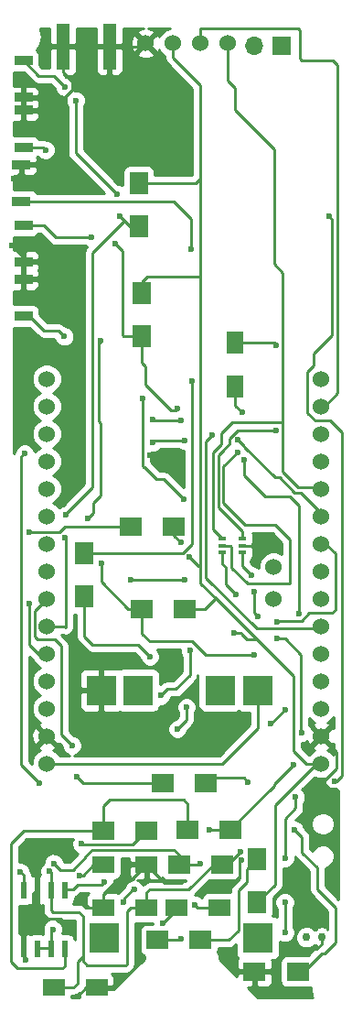
<source format=gtl>
G04 #@! TF.FileFunction,Copper,L1,Top,Signal*
%FSLAX46Y46*%
G04 Gerber Fmt 4.6, Leading zero omitted, Abs format (unit mm)*
G04 Created by KiCad (PCBNEW 4.0.4-stable) date 08/15/17 20:15:11*
%MOMM*%
%LPD*%
G01*
G04 APERTURE LIST*
%ADD10C,0.100000*%
%ADD11R,1.270000X4.191000*%
%ADD12R,2.000000X1.600000*%
%ADD13R,2.000000X1.700000*%
%ADD14C,1.524000*%
%ADD15C,0.760000*%
%ADD16R,1.700000X2.000000*%
%ADD17R,2.800000X2.800000*%
%ADD18R,1.600000X2.000000*%
%ADD19R,1.700000X0.900000*%
%ADD20R,0.750000X0.400000*%
%ADD21R,1.700000X1.700000*%
%ADD22O,1.700000X1.700000*%
%ADD23R,0.600000X1.550000*%
%ADD24C,0.600000*%
%ADD25C,0.250000*%
%ADD26C,0.254000*%
G04 APERTURE END LIST*
D10*
D11*
X125546300Y-66404500D03*
X121253700Y-66404500D03*
D12*
X129000000Y-146000000D03*
X125000000Y-146000000D03*
X131750000Y-146000000D03*
X135750000Y-146000000D03*
X125000000Y-142000000D03*
X129000000Y-142000000D03*
D13*
X130000000Y-149000000D03*
X134000000Y-149000000D03*
D14*
X128902000Y-66100000D03*
X131442000Y-66100000D03*
X133982000Y-66100000D03*
X136522000Y-66100000D03*
D15*
X143800000Y-148750000D03*
X145200000Y-148750000D03*
D13*
X132000000Y-142000000D03*
X136000000Y-142000000D03*
D16*
X123250000Y-113250000D03*
X123250000Y-117250000D03*
X139250000Y-145500000D03*
X139250000Y-141500000D03*
D14*
X140750000Y-117500000D03*
X140750000Y-114500000D03*
X119750000Y-97120000D03*
X119750000Y-99660000D03*
X119750000Y-102200000D03*
X119750000Y-104740000D03*
X119750000Y-107280000D03*
X119750000Y-109820000D03*
X119750000Y-112360000D03*
X119750000Y-114900000D03*
X119750000Y-117440000D03*
X119750000Y-119980000D03*
X119750000Y-122520000D03*
X119750000Y-125060000D03*
X119750000Y-127600000D03*
X119750000Y-130140000D03*
X119750000Y-132680000D03*
X145150000Y-97120000D03*
X145150000Y-99660000D03*
X145150000Y-102200000D03*
X145150000Y-104740000D03*
X145150000Y-107280000D03*
X145150000Y-109820000D03*
X145150000Y-112360000D03*
X145150000Y-114900000D03*
X145150000Y-117440000D03*
X145150000Y-119980000D03*
X145150000Y-122520000D03*
X145150000Y-125060000D03*
X145150000Y-127600000D03*
X145150000Y-130140000D03*
X145150000Y-132680000D03*
D17*
X128200000Y-125900000D03*
X135800000Y-125900000D03*
X124800000Y-125900000D03*
X139300000Y-125900000D03*
X125100000Y-148800000D03*
X139300000Y-148800000D03*
D13*
X129000000Y-138900000D03*
X125000000Y-138900000D03*
X132800000Y-138800000D03*
X136800000Y-138800000D03*
D12*
X120400000Y-153400000D03*
X124400000Y-153400000D03*
D18*
X137200000Y-97800000D03*
X137200000Y-93800000D03*
D16*
X128270000Y-83026000D03*
X128270000Y-79026000D03*
D13*
X131540000Y-110744000D03*
X127540000Y-110744000D03*
D16*
X128524000Y-93186000D03*
X128524000Y-89186000D03*
D13*
X132556000Y-118364000D03*
X128556000Y-118364000D03*
D19*
X117400000Y-80700000D03*
X117400000Y-77300000D03*
X117600000Y-75700000D03*
X117600000Y-72300000D03*
X117600000Y-67700000D03*
X117600000Y-71100000D03*
X117600000Y-91300000D03*
X117600000Y-87900000D03*
X117600000Y-82900000D03*
X117600000Y-86300000D03*
D20*
X135956000Y-112522000D03*
X137856000Y-113172000D03*
X137856000Y-111872000D03*
X137856000Y-112522000D03*
X135956000Y-111872000D03*
X135956000Y-113172000D03*
D21*
X141500000Y-66300000D03*
D22*
X138960000Y-66300000D03*
D23*
X117595000Y-149800000D03*
X118865000Y-149800000D03*
X120135000Y-149800000D03*
X121405000Y-149800000D03*
X121405000Y-144400000D03*
X120135000Y-144400000D03*
X118865000Y-144400000D03*
X117595000Y-144400000D03*
D13*
X139000000Y-151900000D03*
X143000000Y-151900000D03*
X130500000Y-134500000D03*
X134500000Y-134500000D03*
D24*
X129300000Y-104150000D03*
X132325000Y-104300000D03*
X139275000Y-112150000D03*
X116500000Y-84825000D03*
X116725000Y-78650000D03*
X122600000Y-154200000D03*
X117800000Y-150800000D03*
X137800000Y-141600000D03*
X135100000Y-144000000D03*
X132200000Y-143600000D03*
X146000000Y-139400000D03*
X117700000Y-140400000D03*
X121000000Y-147200000D03*
X123000000Y-145500000D03*
X122800000Y-143000000D03*
X120300000Y-148000000D03*
X134800000Y-138800000D03*
X125100000Y-143600000D03*
X142600000Y-132800000D03*
X143400000Y-129800000D03*
X141100000Y-121100000D03*
X137700000Y-140800000D03*
X129300000Y-122800000D03*
X120000000Y-142600000D03*
X132500000Y-115700000D03*
X127500000Y-115700000D03*
X117300000Y-142700000D03*
X120400000Y-141900000D03*
X134000000Y-141900000D03*
X117700000Y-104000000D03*
X119100000Y-134500000D03*
X137275000Y-117050000D03*
X132700000Y-127450000D03*
X131850000Y-129500000D03*
X126825000Y-145475000D03*
X127850000Y-144325000D03*
X133500000Y-145775000D03*
X140500000Y-129000000D03*
X142800000Y-135800000D03*
X132200000Y-148900000D03*
X141800000Y-127700000D03*
X143100000Y-118800000D03*
X138000000Y-104600000D03*
X141800000Y-141400000D03*
X141800000Y-145500000D03*
X141800000Y-148300000D03*
X145900000Y-82100000D03*
X146400000Y-134300000D03*
X133200000Y-97300000D03*
X135100000Y-102300000D03*
X132500000Y-102800000D03*
X129600000Y-103000000D03*
X129600000Y-100900000D03*
X132200000Y-101000000D03*
X137075000Y-120575000D03*
X139300000Y-119050000D03*
X138975000Y-116825000D03*
X132150000Y-112225000D03*
X132950000Y-113575000D03*
X138725000Y-115300000D03*
X140970000Y-101854000D03*
X130500000Y-147400000D03*
X123000000Y-140100000D03*
X137400000Y-103900000D03*
X137825000Y-100225000D03*
X140970000Y-93980000D03*
X133096000Y-85090000D03*
X121475000Y-111825000D03*
X121550000Y-109700000D03*
X126492000Y-82042000D03*
X126238000Y-80010000D03*
X122428000Y-71374000D03*
X121412000Y-70104000D03*
X118110000Y-111252000D03*
X118110000Y-117856000D03*
X119634000Y-75946000D03*
X126075000Y-84600000D03*
X123900000Y-84050000D03*
X137425000Y-102775000D03*
X131875000Y-99850000D03*
X121375000Y-93200000D03*
X124725000Y-93575000D03*
X123525000Y-110025000D03*
X124850000Y-114175000D03*
X141050000Y-119550000D03*
X138950000Y-122650000D03*
X128600000Y-98900000D03*
X132400000Y-108200000D03*
X133000000Y-122200000D03*
X130300000Y-126400000D03*
X138400000Y-134400000D03*
X142700000Y-138800000D03*
X122100000Y-131000000D03*
X122500000Y-133900000D03*
D25*
X139000000Y-151900000D02*
X141000000Y-151900000D01*
X145200000Y-149350000D02*
X145200000Y-148750000D01*
X144750000Y-149800000D02*
X145200000Y-149350000D01*
X142000000Y-149800000D02*
X144750000Y-149800000D01*
X141350000Y-150450000D02*
X142000000Y-149800000D01*
X141350000Y-151550000D02*
X141350000Y-150450000D01*
X141000000Y-151900000D02*
X141350000Y-151550000D01*
X137856000Y-112522000D02*
X138903000Y-112522000D01*
X132175000Y-104150000D02*
X129300000Y-104150000D01*
X132325000Y-104300000D02*
X132175000Y-104150000D01*
X138903000Y-112522000D02*
X139275000Y-112150000D01*
X117400000Y-77300000D02*
X117400000Y-77975000D01*
X116500000Y-84825000D02*
X117600000Y-85925000D01*
X117400000Y-77975000D02*
X116725000Y-78650000D01*
X117600000Y-85925000D02*
X117600000Y-86300000D01*
X117400000Y-77300000D02*
X119550000Y-77300000D01*
X120904000Y-75946000D02*
X120904000Y-71100000D01*
X119550000Y-77300000D02*
X120904000Y-75946000D01*
X120904000Y-71100000D02*
X120904000Y-71120000D01*
X120904000Y-71120000D02*
X120904000Y-71100000D01*
X117600000Y-71100000D02*
X120904000Y-71100000D01*
X120904000Y-71100000D02*
X121432000Y-71100000D01*
X122100000Y-70432000D02*
X122100000Y-69600000D01*
X121432000Y-71100000D02*
X122100000Y-70432000D01*
X117600000Y-87900000D02*
X117600000Y-86300000D01*
X117600000Y-72300000D02*
X117600000Y-71100000D01*
X124400000Y-153400000D02*
X123400000Y-153400000D01*
X123400000Y-153400000D02*
X122600000Y-154200000D01*
X117800000Y-150800000D02*
X117595000Y-150595000D01*
X117595000Y-150595000D02*
X117595000Y-149700000D01*
X129000000Y-142000000D02*
X130700000Y-143700000D01*
X137600000Y-141800000D02*
X137800000Y-141600000D01*
X137600000Y-143300000D02*
X137600000Y-141800000D01*
X136800000Y-144100000D02*
X137600000Y-143300000D01*
X135200000Y-144100000D02*
X136800000Y-144100000D01*
X135100000Y-144000000D02*
X135200000Y-144100000D01*
X132100000Y-143700000D02*
X132200000Y-143600000D01*
X130700000Y-143700000D02*
X132100000Y-143700000D01*
X146600000Y-131590000D02*
X145150000Y-130140000D01*
X146600000Y-133100000D02*
X146600000Y-131590000D01*
X145400000Y-134300000D02*
X146600000Y-133100000D01*
X145200000Y-134300000D02*
X145400000Y-134300000D01*
X145900000Y-135000000D02*
X145200000Y-134300000D01*
X146500000Y-135000000D02*
X145900000Y-135000000D01*
X146700000Y-135200000D02*
X146500000Y-135000000D01*
X146700000Y-138700000D02*
X146700000Y-135200000D01*
X146000000Y-139400000D02*
X146700000Y-138700000D01*
X118865000Y-144300000D02*
X118865000Y-141565000D01*
X118865000Y-141565000D02*
X117700000Y-140400000D01*
X125000000Y-146000000D02*
X123500000Y-146000000D01*
X120850000Y-147050000D02*
X118050000Y-147050000D01*
X121000000Y-147200000D02*
X120850000Y-147050000D01*
X123500000Y-146000000D02*
X123000000Y-145500000D01*
X117595000Y-149700000D02*
X117595000Y-147505000D01*
X117595000Y-147505000D02*
X118050000Y-147050000D01*
X118500000Y-144665000D02*
X118865000Y-144300000D01*
X118050000Y-147050000D02*
X118500000Y-146600000D01*
X118500000Y-146600000D02*
X118500000Y-144665000D01*
X125000000Y-146000000D02*
X125000000Y-144700000D01*
X127700000Y-143300000D02*
X129000000Y-142000000D01*
X126400000Y-143300000D02*
X127700000Y-143300000D01*
X125000000Y-144700000D02*
X126400000Y-143300000D01*
X125546300Y-66404500D02*
X128597500Y-66404500D01*
X128597500Y-66404500D02*
X128902000Y-66100000D01*
X121253700Y-66404500D02*
X121253700Y-68753700D01*
X121253700Y-68753700D02*
X122100000Y-69600000D01*
X122100000Y-69600000D02*
X122200000Y-69600000D01*
X125300000Y-69600000D02*
X125546300Y-69353700D01*
X122200000Y-69600000D02*
X125300000Y-69600000D01*
X125546300Y-69353700D02*
X125546300Y-66404500D01*
X125000000Y-142000000D02*
X124100000Y-142000000D01*
X124100000Y-142000000D02*
X123100000Y-143000000D01*
X123100000Y-143000000D02*
X122800000Y-143000000D01*
X120300000Y-148000000D02*
X120135000Y-148165000D01*
X120135000Y-148165000D02*
X120135000Y-149700000D01*
X118865000Y-149700000D02*
X120135000Y-149700000D01*
X121405000Y-144300000D02*
X122200000Y-144300000D01*
X134800000Y-138800000D02*
X136800000Y-138800000D01*
X124800000Y-143900000D02*
X125100000Y-143600000D01*
X122600000Y-143900000D02*
X124800000Y-143900000D01*
X122200000Y-144300000D02*
X122600000Y-143900000D01*
X136800000Y-138800000D02*
X136800000Y-138700000D01*
X136800000Y-138700000D02*
X140800000Y-134700000D01*
X140800000Y-134700000D02*
X140800000Y-134600000D01*
X140800000Y-134600000D02*
X142600000Y-132800000D01*
X143400000Y-129800000D02*
X143300000Y-129700000D01*
X143300000Y-129700000D02*
X143300000Y-122600000D01*
X143300000Y-122600000D02*
X141800000Y-121100000D01*
X141800000Y-121100000D02*
X141100000Y-121100000D01*
X120400000Y-153400000D02*
X122200000Y-153400000D01*
X122600000Y-151000000D02*
X123100000Y-150500000D01*
X122600000Y-153000000D02*
X122600000Y-151000000D01*
X122200000Y-153400000D02*
X122600000Y-153000000D01*
X136000000Y-142000000D02*
X136500000Y-142000000D01*
X136500000Y-142000000D02*
X137700000Y-140800000D01*
X123250000Y-120950000D02*
X123250000Y-117250000D01*
X124000000Y-121700000D02*
X123250000Y-120950000D01*
X128200000Y-121700000D02*
X124000000Y-121700000D01*
X129300000Y-122800000D02*
X128200000Y-121700000D01*
X120135000Y-144300000D02*
X120135000Y-142735000D01*
X120135000Y-142735000D02*
X120000000Y-142600000D01*
X129000000Y-146000000D02*
X127500000Y-146000000D01*
X120135000Y-146235000D02*
X120135000Y-144300000D01*
X120300000Y-146400000D02*
X120135000Y-146235000D01*
X122700000Y-146400000D02*
X120300000Y-146400000D01*
X123100000Y-146800000D02*
X122700000Y-146400000D01*
X123100000Y-150900000D02*
X123100000Y-150500000D01*
X123100000Y-150500000D02*
X123100000Y-146800000D01*
X123500000Y-151300000D02*
X123100000Y-150900000D01*
X127100000Y-151300000D02*
X123500000Y-151300000D01*
X127200000Y-151200000D02*
X127100000Y-151300000D01*
X127200000Y-146300000D02*
X127200000Y-151200000D01*
X127500000Y-146000000D02*
X127200000Y-146300000D01*
X136000000Y-142000000D02*
X135200000Y-142000000D01*
X135200000Y-142000000D02*
X132900000Y-144300000D01*
X132900000Y-144300000D02*
X129300000Y-144300000D01*
X129300000Y-144300000D02*
X129000000Y-144600000D01*
X129000000Y-144600000D02*
X129000000Y-146000000D01*
X117595000Y-144300000D02*
X117595000Y-142995000D01*
X127500000Y-115700000D02*
X132500000Y-115700000D01*
X117595000Y-142995000D02*
X117300000Y-142700000D01*
X120400000Y-141900000D02*
X121000000Y-142500000D01*
X121000000Y-142500000D02*
X122200000Y-142500000D01*
X122200000Y-142500000D02*
X123400000Y-141300000D01*
X123400000Y-141300000D02*
X123400000Y-141200000D01*
X123400000Y-141200000D02*
X123949998Y-140650002D01*
X123949998Y-140650002D02*
X131550002Y-140650002D01*
X131550002Y-140650002D02*
X132000000Y-141100000D01*
X132000000Y-141100000D02*
X132000000Y-142000000D01*
X132000000Y-142000000D02*
X133900000Y-142000000D01*
X133900000Y-142000000D02*
X134000000Y-141900000D01*
X117400000Y-104300000D02*
X117700000Y-104000000D01*
X117400000Y-132800000D02*
X117400000Y-104300000D01*
X119100000Y-134500000D02*
X117400000Y-132800000D01*
X135750000Y-146000000D02*
X133725000Y-146000000D01*
X135956000Y-114206000D02*
X135956000Y-113172000D01*
X136350000Y-114600000D02*
X135956000Y-114206000D01*
X136350000Y-116125000D02*
X136350000Y-114600000D01*
X137275000Y-117050000D02*
X136350000Y-116125000D01*
X132700000Y-128650000D02*
X132700000Y-127450000D01*
X131850000Y-129500000D02*
X132700000Y-128650000D01*
X126825000Y-145200000D02*
X126825000Y-145475000D01*
X127725000Y-144300000D02*
X126825000Y-145200000D01*
X127725000Y-144200000D02*
X127725000Y-144300000D01*
X127850000Y-144325000D02*
X127725000Y-144200000D01*
X133725000Y-146000000D02*
X133500000Y-145775000D01*
X141800000Y-141400000D02*
X141800000Y-137800000D01*
X140500000Y-129000000D02*
X141800000Y-127700000D01*
X142800000Y-136800000D02*
X142800000Y-135800000D01*
X141800000Y-137800000D02*
X142800000Y-136800000D01*
X132100000Y-149000000D02*
X132200000Y-148900000D01*
X130000000Y-149000000D02*
X132100000Y-149000000D01*
X143100000Y-118800000D02*
X143100000Y-108800000D01*
X143100000Y-108800000D02*
X142300000Y-108000000D01*
X142300000Y-108000000D02*
X140000000Y-108000000D01*
X140000000Y-108000000D02*
X138000000Y-106000000D01*
X138000000Y-106000000D02*
X138000000Y-104600000D01*
X141800000Y-141400000D02*
X141900000Y-141300000D01*
X141800000Y-148300000D02*
X141800000Y-145500000D01*
X134000000Y-149000000D02*
X136600000Y-149000000D01*
X138300000Y-142450000D02*
X139250000Y-141500000D01*
X138300000Y-143600000D02*
X138300000Y-142450000D01*
X137500000Y-144400000D02*
X138300000Y-143600000D01*
X137500000Y-148100000D02*
X137500000Y-144400000D01*
X136600000Y-149000000D02*
X137500000Y-148100000D01*
X145900000Y-82100000D02*
X146200000Y-82400000D01*
X146200000Y-82400000D02*
X146200000Y-93100000D01*
X146200000Y-93100000D02*
X144500000Y-94800000D01*
X144500000Y-94800000D02*
X144500000Y-95900000D01*
X144500000Y-95900000D02*
X143900000Y-96500000D01*
X143900000Y-96500000D02*
X143900000Y-100300000D01*
X143900000Y-100300000D02*
X144600000Y-101000000D01*
X144600000Y-101000000D02*
X146000000Y-101000000D01*
X146000000Y-101000000D02*
X147100000Y-102100000D01*
X147100000Y-102100000D02*
X147100000Y-133800000D01*
X147100000Y-133800000D02*
X146600000Y-134300000D01*
X146600000Y-134300000D02*
X146400000Y-134300000D01*
X123250000Y-113250000D02*
X132350000Y-113250000D01*
X133200000Y-112400000D02*
X133200000Y-97300000D01*
X132350000Y-113250000D02*
X133200000Y-112400000D01*
X139200000Y-120200000D02*
X144930000Y-120200000D01*
X134500000Y-115500000D02*
X139200000Y-120200000D01*
X134500000Y-102900000D02*
X134500000Y-115500000D01*
X135100000Y-102300000D02*
X134500000Y-102900000D01*
X129800000Y-102800000D02*
X132500000Y-102800000D01*
X129600000Y-103000000D02*
X129800000Y-102800000D01*
X144930000Y-120200000D02*
X145150000Y-119980000D01*
X129600000Y-100900000D02*
X129700000Y-101000000D01*
X129700000Y-101000000D02*
X132200000Y-101000000D01*
X137800000Y-120575000D02*
X137800000Y-120700000D01*
X137800000Y-120575000D02*
X137075000Y-120575000D01*
X139300000Y-119050000D02*
X138975000Y-118725000D01*
X138975000Y-118725000D02*
X138975000Y-116825000D01*
X138300000Y-121200000D02*
X139200000Y-121200000D01*
X137800000Y-120700000D02*
X138300000Y-121200000D01*
X132556000Y-118364000D02*
X134386000Y-118364000D01*
X134386000Y-118364000D02*
X135375000Y-117375000D01*
X131540000Y-110744000D02*
X131540000Y-111615000D01*
X131540000Y-111615000D02*
X132150000Y-112225000D01*
X133775000Y-114400000D02*
X134000000Y-114400000D01*
X132950000Y-113575000D02*
X133775000Y-114400000D01*
X128270000Y-79026000D02*
X133572000Y-79026000D01*
X133572000Y-79026000D02*
X134000000Y-78598000D01*
X128524000Y-89186000D02*
X128524000Y-88138000D01*
X129032000Y-87630000D02*
X134000000Y-87630000D01*
X128524000Y-88138000D02*
X129032000Y-87630000D01*
X145150000Y-132680000D02*
X144720000Y-132680000D01*
X144720000Y-132680000D02*
X140900000Y-136500000D01*
X140900000Y-143850000D02*
X139250000Y-145500000D01*
X140900000Y-136500000D02*
X140900000Y-143850000D01*
X131442000Y-66100000D02*
X131442000Y-67442000D01*
X143780000Y-132680000D02*
X145150000Y-132680000D01*
X139200000Y-121200000D02*
X142600000Y-124600000D01*
X142600000Y-124600000D02*
X142600000Y-131500000D01*
X142600000Y-131500000D02*
X143780000Y-132680000D01*
X134000000Y-116000000D02*
X135375000Y-117375000D01*
X135375000Y-117375000D02*
X139200000Y-121200000D01*
X134000000Y-70000000D02*
X134000000Y-78598000D01*
X134000000Y-78598000D02*
X134000000Y-87630000D01*
X134000000Y-87630000D02*
X134000000Y-114400000D01*
X134000000Y-114400000D02*
X134000000Y-116000000D01*
X131442000Y-67442000D02*
X134000000Y-70000000D01*
X137856000Y-114431000D02*
X137856000Y-113172000D01*
X138725000Y-115300000D02*
X137856000Y-114431000D01*
X143000000Y-64700000D02*
X143000000Y-64725000D01*
X133982000Y-66100000D02*
X133982000Y-64718000D01*
X134000000Y-64700000D02*
X133982000Y-64718000D01*
X143000000Y-64700000D02*
X134000000Y-64700000D01*
X146700000Y-98400000D02*
X146700000Y-68400000D01*
X146700000Y-98400000D02*
X145440000Y-99660000D01*
X146700000Y-68100000D02*
X146700000Y-68400000D01*
X146275000Y-67675000D02*
X146700000Y-68100000D01*
X143375000Y-67675000D02*
X146275000Y-67675000D01*
X143175000Y-67475000D02*
X143375000Y-67675000D01*
X143175000Y-64900000D02*
X143175000Y-67475000D01*
X143000000Y-64725000D02*
X143175000Y-64900000D01*
X137856000Y-111872000D02*
X137856000Y-111186000D01*
X137414000Y-101854000D02*
X140970000Y-101854000D01*
X136652000Y-102616000D02*
X137414000Y-101854000D01*
X136652000Y-103124000D02*
X136652000Y-102616000D01*
X136201998Y-103574002D02*
X136652000Y-103124000D01*
X136201998Y-103632000D02*
X136201998Y-103574002D01*
X135636000Y-104197998D02*
X136201998Y-103632000D01*
X135636000Y-108966000D02*
X135636000Y-104197998D01*
X136652000Y-109982000D02*
X135636000Y-108966000D01*
X137856000Y-111186000D02*
X136652000Y-109982000D01*
X145150000Y-99660000D02*
X145440000Y-99660000D01*
X141600000Y-101092000D02*
X141600000Y-95700000D01*
X136522000Y-69522000D02*
X136522000Y-66100000D01*
X137200000Y-70200000D02*
X136522000Y-69522000D01*
X137200000Y-72300000D02*
X137200000Y-70200000D01*
X140800000Y-75900000D02*
X137200000Y-72300000D01*
X140800000Y-86500000D02*
X140800000Y-75900000D01*
X141600000Y-87300000D02*
X140800000Y-86500000D01*
X141600000Y-95700000D02*
X141600000Y-87300000D01*
X141600000Y-101092000D02*
X136906000Y-101092000D01*
X135128000Y-111044000D02*
X135956000Y-111872000D01*
X135128000Y-103886000D02*
X135128000Y-111044000D01*
X135890000Y-103124000D02*
X135128000Y-103886000D01*
X135890000Y-102108000D02*
X135890000Y-103124000D01*
X136906000Y-101092000D02*
X135890000Y-102108000D01*
X143000000Y-107100000D02*
X144970000Y-107100000D01*
X141600000Y-105700000D02*
X143000000Y-107100000D01*
X141600000Y-101092000D02*
X141600000Y-105700000D01*
X144970000Y-107100000D02*
X145150000Y-107280000D01*
X119750000Y-132680000D02*
X136020000Y-132680000D01*
X139300000Y-129400000D02*
X139300000Y-125900000D01*
X136020000Y-132680000D02*
X139300000Y-129400000D01*
X125000000Y-138900000D02*
X117600000Y-138900000D01*
X121405000Y-151395000D02*
X121405000Y-149700000D01*
X121200000Y-151600000D02*
X121405000Y-151395000D01*
X117000000Y-151600000D02*
X121200000Y-151600000D01*
X116400000Y-151000000D02*
X117000000Y-151600000D01*
X116400000Y-140100000D02*
X116400000Y-151000000D01*
X117600000Y-138900000D02*
X116400000Y-140100000D01*
X132800000Y-138800000D02*
X132800000Y-136400000D01*
X125000000Y-136600000D02*
X125000000Y-138900000D01*
X125600000Y-136000000D02*
X125000000Y-136600000D01*
X132400000Y-136000000D02*
X125600000Y-136000000D01*
X132800000Y-136400000D02*
X132400000Y-136000000D01*
X131750000Y-146000000D02*
X131750000Y-146150000D01*
X131750000Y-146150000D02*
X130500000Y-147400000D01*
X123000000Y-140100000D02*
X123100000Y-140200000D01*
X123100000Y-140200000D02*
X127700000Y-140200000D01*
X127700000Y-140200000D02*
X129000000Y-138900000D01*
X137200000Y-97800000D02*
X137200000Y-99600000D01*
X136772000Y-112522000D02*
X135956000Y-112522000D01*
X136875000Y-112625000D02*
X136772000Y-112522000D01*
X136875000Y-114550000D02*
X136875000Y-112625000D01*
X138350000Y-116025000D02*
X136875000Y-114550000D01*
X142275000Y-116025000D02*
X138350000Y-116025000D01*
X142300000Y-116050000D02*
X142275000Y-116025000D01*
X142300000Y-111975000D02*
X142300000Y-116050000D01*
X140950000Y-110625000D02*
X142300000Y-111975000D01*
X138125000Y-110625000D02*
X140950000Y-110625000D01*
X136086002Y-108586002D02*
X138125000Y-110625000D01*
X136086002Y-108175000D02*
X136086002Y-108586002D01*
X136100000Y-108161002D02*
X136086002Y-108175000D01*
X136100000Y-105200000D02*
X136100000Y-108161002D01*
X137400000Y-103900000D02*
X136100000Y-105200000D01*
X137200000Y-99600000D02*
X137825000Y-100225000D01*
X137200000Y-93800000D02*
X140790000Y-93800000D01*
X140790000Y-93800000D02*
X140970000Y-93980000D01*
X117400000Y-80700000D02*
X131500000Y-80700000D01*
X133096000Y-82296000D02*
X133096000Y-85090000D01*
X131500000Y-80700000D02*
X133096000Y-82296000D01*
X126937500Y-82487500D02*
X123975000Y-85450000D01*
X121430000Y-119980000D02*
X119750000Y-119980000D01*
X121525000Y-120075000D02*
X121430000Y-119980000D01*
X121525000Y-111875000D02*
X121525000Y-120075000D01*
X121475000Y-111825000D02*
X121525000Y-111875000D01*
X121550000Y-109575000D02*
X121550000Y-109700000D01*
X123975000Y-107150000D02*
X121550000Y-109575000D01*
X123975000Y-85450000D02*
X123975000Y-107150000D01*
X128270000Y-83026000D02*
X127476000Y-83026000D01*
X127476000Y-83026000D02*
X126937500Y-82487500D01*
X126937500Y-82487500D02*
X126492000Y-82042000D01*
X126238000Y-80010000D02*
X122428000Y-76200000D01*
X122428000Y-76200000D02*
X122428000Y-71374000D01*
X121412000Y-70104000D02*
X120396000Y-69088000D01*
X120396000Y-69088000D02*
X118988000Y-69088000D01*
X118988000Y-69088000D02*
X117600000Y-67700000D01*
X127540000Y-110744000D02*
X121412000Y-110744000D01*
X120904000Y-111252000D02*
X118110000Y-111252000D01*
X121412000Y-110744000D02*
X120904000Y-111252000D01*
X117600000Y-75700000D02*
X119388000Y-75700000D01*
X118964000Y-122520000D02*
X119750000Y-122520000D01*
X118110000Y-121666000D02*
X118964000Y-122520000D01*
X118110000Y-117856000D02*
X118110000Y-121666000D01*
X119388000Y-75700000D02*
X119634000Y-75946000D01*
X117600000Y-82900000D02*
X119475000Y-82900000D01*
X126886000Y-93186000D02*
X128524000Y-93186000D01*
X126750000Y-93050000D02*
X126886000Y-93186000D01*
X126750000Y-85275000D02*
X126750000Y-93050000D01*
X126075000Y-84600000D02*
X126750000Y-85275000D01*
X120625000Y-84050000D02*
X123900000Y-84050000D01*
X119475000Y-82900000D02*
X120625000Y-84050000D01*
X145150000Y-109820000D02*
X145150000Y-109525000D01*
X145150000Y-109525000D02*
X143250000Y-107625000D01*
X143250000Y-107625000D02*
X142725000Y-107625000D01*
X142725000Y-107625000D02*
X141350000Y-106250000D01*
X141350000Y-106250000D02*
X140875000Y-106250000D01*
X140875000Y-106250000D02*
X138000000Y-103375000D01*
X138000000Y-103375000D02*
X138000000Y-103350000D01*
X138000000Y-103350000D02*
X137425000Y-102775000D01*
X131875000Y-99850000D02*
X131725000Y-100000000D01*
X131725000Y-100000000D02*
X131225000Y-100000000D01*
X131225000Y-100000000D02*
X128850000Y-97625000D01*
X128850000Y-97625000D02*
X128850000Y-95950000D01*
X128850000Y-95950000D02*
X128524000Y-95624000D01*
X128524000Y-95624000D02*
X128524000Y-93186000D01*
X128556000Y-118364000D02*
X127314000Y-118364000D01*
X119500000Y-92650000D02*
X118150000Y-91300000D01*
X120825000Y-92650000D02*
X119500000Y-92650000D01*
X121375000Y-93200000D02*
X120825000Y-92650000D01*
X124725000Y-93650000D02*
X124725000Y-93575000D01*
X124550000Y-93825000D02*
X124725000Y-93650000D01*
X124550000Y-101075000D02*
X124550000Y-93825000D01*
X124725000Y-101250000D02*
X124550000Y-101075000D01*
X124725000Y-107875000D02*
X124725000Y-101250000D01*
X124050000Y-108550000D02*
X124725000Y-107875000D01*
X124050000Y-109500000D02*
X124050000Y-108550000D01*
X123525000Y-110025000D02*
X124050000Y-109500000D01*
X124825000Y-114200000D02*
X124850000Y-114175000D01*
X124825000Y-115875000D02*
X124825000Y-114200000D01*
X127314000Y-118364000D02*
X124825000Y-115875000D01*
X118150000Y-91300000D02*
X117600000Y-91300000D01*
X128556000Y-118364000D02*
X128556000Y-120656000D01*
X146475000Y-113275000D02*
X145560000Y-112360000D01*
X146475000Y-118450000D02*
X146475000Y-113275000D01*
X146150000Y-118775000D02*
X146475000Y-118450000D01*
X144075000Y-118775000D02*
X146150000Y-118775000D01*
X143325000Y-119525000D02*
X144075000Y-118775000D01*
X141075000Y-119525000D02*
X143325000Y-119525000D01*
X141050000Y-119550000D02*
X141075000Y-119525000D01*
X134450000Y-122650000D02*
X138950000Y-122650000D01*
X133200000Y-121400000D02*
X134450000Y-122650000D01*
X129300000Y-121400000D02*
X133200000Y-121400000D01*
X128556000Y-120656000D02*
X129300000Y-121400000D01*
X145560000Y-112360000D02*
X145150000Y-112360000D01*
X128600000Y-105200000D02*
X128600000Y-98900000D01*
X128700000Y-105300000D02*
X128600000Y-105200000D01*
X128800000Y-105300000D02*
X128700000Y-105300000D01*
X129900000Y-106400000D02*
X128800000Y-105300000D01*
X130600000Y-106400000D02*
X129900000Y-106400000D01*
X132400000Y-108200000D02*
X130600000Y-106400000D01*
X133000000Y-124500000D02*
X133000000Y-122200000D01*
X131700000Y-125800000D02*
X133000000Y-124500000D01*
X130900000Y-125800000D02*
X131700000Y-125800000D01*
X130300000Y-126400000D02*
X130900000Y-125800000D01*
X135000000Y-134000000D02*
X138000000Y-134000000D01*
X138400000Y-134400000D02*
X138000000Y-134000000D01*
X143400000Y-139500000D02*
X142700000Y-138800000D01*
X143400000Y-140900000D02*
X143400000Y-139500000D01*
X144800000Y-142300000D02*
X143400000Y-140900000D01*
X144800000Y-144300000D02*
X144800000Y-142300000D01*
X146500000Y-146000000D02*
X144800000Y-144300000D01*
X146500000Y-149200000D02*
X146500000Y-146000000D01*
X145500000Y-150200000D02*
X146500000Y-149200000D01*
X145200000Y-150200000D02*
X145500000Y-150200000D01*
X145200000Y-150200000D02*
X143500000Y-151900000D01*
X143000000Y-151900000D02*
X143500000Y-151900000D01*
X135000000Y-134000000D02*
X134500000Y-134500000D01*
X130500000Y-134500000D02*
X123100000Y-134500000D01*
X118600000Y-118590000D02*
X119750000Y-117440000D01*
X118600000Y-120900000D02*
X118600000Y-118590000D01*
X118900000Y-121200000D02*
X118600000Y-120900000D01*
X120500000Y-121200000D02*
X118900000Y-121200000D01*
X121100000Y-121800000D02*
X120500000Y-121200000D01*
X121100000Y-130000000D02*
X121100000Y-121800000D01*
X122100000Y-131000000D02*
X121100000Y-130000000D01*
X123100000Y-134500000D02*
X122500000Y-133900000D01*
D26*
G36*
X142862599Y-141437401D02*
X144040000Y-142614802D01*
X144040000Y-144300000D01*
X144097852Y-144590839D01*
X144262599Y-144837401D01*
X145740000Y-146314802D01*
X145740000Y-148030392D01*
X145723176Y-148047216D01*
X145700948Y-147844440D01*
X145316272Y-147721667D01*
X144913896Y-147755449D01*
X144699052Y-147844440D01*
X144676824Y-148047216D01*
X144559789Y-147930181D01*
X144487725Y-148002245D01*
X144375702Y-147890027D01*
X144002782Y-147735177D01*
X143598990Y-147734824D01*
X143225800Y-147889023D01*
X142940027Y-148174298D01*
X142785177Y-148547218D01*
X142784824Y-148951010D01*
X142939023Y-149324200D01*
X143224298Y-149609973D01*
X143597218Y-149764823D01*
X144001010Y-149765176D01*
X144374200Y-149610977D01*
X144487672Y-149497702D01*
X144559789Y-149569819D01*
X144676824Y-149452784D01*
X144697283Y-149639424D01*
X144662599Y-149662599D01*
X143922638Y-150402560D01*
X142000000Y-150402560D01*
X141764683Y-150446838D01*
X141548559Y-150585910D01*
X141403569Y-150798110D01*
X141352560Y-151050000D01*
X141352560Y-152750000D01*
X141396838Y-152985317D01*
X141535910Y-153201441D01*
X141748110Y-153346431D01*
X142000000Y-153397440D01*
X144000000Y-153397440D01*
X144199846Y-153359836D01*
X144171966Y-153500000D01*
X144311117Y-154199558D01*
X144371548Y-154290000D01*
X139294092Y-154290000D01*
X138389092Y-153385000D01*
X138714250Y-153385000D01*
X138873000Y-153226250D01*
X138873000Y-152027000D01*
X139127000Y-152027000D01*
X139127000Y-153226250D01*
X139285750Y-153385000D01*
X140126309Y-153385000D01*
X140359698Y-153288327D01*
X140538327Y-153109699D01*
X140635000Y-152876310D01*
X140635000Y-152185750D01*
X140476250Y-152027000D01*
X139127000Y-152027000D01*
X138873000Y-152027000D01*
X137523750Y-152027000D01*
X137365000Y-152185750D01*
X137365000Y-152360908D01*
X135710000Y-150705908D01*
X135710000Y-150500000D01*
X135655954Y-150228295D01*
X135583823Y-150120343D01*
X135596431Y-150101890D01*
X135647440Y-149850000D01*
X135647440Y-149760000D01*
X136600000Y-149760000D01*
X136890839Y-149702148D01*
X137137401Y-149537401D01*
X137252560Y-149422242D01*
X137252560Y-150200000D01*
X137296838Y-150435317D01*
X137435910Y-150651441D01*
X137474301Y-150677673D01*
X137461673Y-150690301D01*
X137365000Y-150923690D01*
X137365000Y-151614250D01*
X137523750Y-151773000D01*
X138873000Y-151773000D01*
X138873000Y-151753000D01*
X139127000Y-151753000D01*
X139127000Y-151773000D01*
X140476250Y-151773000D01*
X140635000Y-151614250D01*
X140635000Y-150923690D01*
X140603416Y-150847440D01*
X140700000Y-150847440D01*
X140935317Y-150803162D01*
X141151441Y-150664090D01*
X141296431Y-150451890D01*
X141347440Y-150200000D01*
X141347440Y-149124484D01*
X141613201Y-149234838D01*
X141985167Y-149235162D01*
X142328943Y-149093117D01*
X142592192Y-148830327D01*
X142734838Y-148486799D01*
X142735162Y-148114833D01*
X142593117Y-147771057D01*
X142560000Y-147737882D01*
X142560000Y-146062463D01*
X142592192Y-146030327D01*
X142734838Y-145686799D01*
X142735162Y-145314833D01*
X142593117Y-144971057D01*
X142330327Y-144707808D01*
X141986799Y-144565162D01*
X141614833Y-144564838D01*
X141271057Y-144706883D01*
X141007808Y-144969673D01*
X140865162Y-145313201D01*
X140864838Y-145685167D01*
X141006883Y-146028943D01*
X141040000Y-146062118D01*
X141040000Y-146863772D01*
X140951890Y-146803569D01*
X140700000Y-146752560D01*
X140695973Y-146752560D01*
X140696431Y-146751890D01*
X140747440Y-146500000D01*
X140747440Y-145077362D01*
X141437401Y-144387401D01*
X141602148Y-144140840D01*
X141660000Y-143850000D01*
X141660000Y-142334879D01*
X141985167Y-142335162D01*
X142328943Y-142193117D01*
X142592192Y-141930327D01*
X142734838Y-141586799D01*
X142735134Y-141246636D01*
X142862599Y-141437401D01*
X142862599Y-141437401D01*
G37*
X142862599Y-141437401D02*
X144040000Y-142614802D01*
X144040000Y-144300000D01*
X144097852Y-144590839D01*
X144262599Y-144837401D01*
X145740000Y-146314802D01*
X145740000Y-148030392D01*
X145723176Y-148047216D01*
X145700948Y-147844440D01*
X145316272Y-147721667D01*
X144913896Y-147755449D01*
X144699052Y-147844440D01*
X144676824Y-148047216D01*
X144559789Y-147930181D01*
X144487725Y-148002245D01*
X144375702Y-147890027D01*
X144002782Y-147735177D01*
X143598990Y-147734824D01*
X143225800Y-147889023D01*
X142940027Y-148174298D01*
X142785177Y-148547218D01*
X142784824Y-148951010D01*
X142939023Y-149324200D01*
X143224298Y-149609973D01*
X143597218Y-149764823D01*
X144001010Y-149765176D01*
X144374200Y-149610977D01*
X144487672Y-149497702D01*
X144559789Y-149569819D01*
X144676824Y-149452784D01*
X144697283Y-149639424D01*
X144662599Y-149662599D01*
X143922638Y-150402560D01*
X142000000Y-150402560D01*
X141764683Y-150446838D01*
X141548559Y-150585910D01*
X141403569Y-150798110D01*
X141352560Y-151050000D01*
X141352560Y-152750000D01*
X141396838Y-152985317D01*
X141535910Y-153201441D01*
X141748110Y-153346431D01*
X142000000Y-153397440D01*
X144000000Y-153397440D01*
X144199846Y-153359836D01*
X144171966Y-153500000D01*
X144311117Y-154199558D01*
X144371548Y-154290000D01*
X139294092Y-154290000D01*
X138389092Y-153385000D01*
X138714250Y-153385000D01*
X138873000Y-153226250D01*
X138873000Y-152027000D01*
X139127000Y-152027000D01*
X139127000Y-153226250D01*
X139285750Y-153385000D01*
X140126309Y-153385000D01*
X140359698Y-153288327D01*
X140538327Y-153109699D01*
X140635000Y-152876310D01*
X140635000Y-152185750D01*
X140476250Y-152027000D01*
X139127000Y-152027000D01*
X138873000Y-152027000D01*
X137523750Y-152027000D01*
X137365000Y-152185750D01*
X137365000Y-152360908D01*
X135710000Y-150705908D01*
X135710000Y-150500000D01*
X135655954Y-150228295D01*
X135583823Y-150120343D01*
X135596431Y-150101890D01*
X135647440Y-149850000D01*
X135647440Y-149760000D01*
X136600000Y-149760000D01*
X136890839Y-149702148D01*
X137137401Y-149537401D01*
X137252560Y-149422242D01*
X137252560Y-150200000D01*
X137296838Y-150435317D01*
X137435910Y-150651441D01*
X137474301Y-150677673D01*
X137461673Y-150690301D01*
X137365000Y-150923690D01*
X137365000Y-151614250D01*
X137523750Y-151773000D01*
X138873000Y-151773000D01*
X138873000Y-151753000D01*
X139127000Y-151753000D01*
X139127000Y-151773000D01*
X140476250Y-151773000D01*
X140635000Y-151614250D01*
X140635000Y-150923690D01*
X140603416Y-150847440D01*
X140700000Y-150847440D01*
X140935317Y-150803162D01*
X141151441Y-150664090D01*
X141296431Y-150451890D01*
X141347440Y-150200000D01*
X141347440Y-149124484D01*
X141613201Y-149234838D01*
X141985167Y-149235162D01*
X142328943Y-149093117D01*
X142592192Y-148830327D01*
X142734838Y-148486799D01*
X142735162Y-148114833D01*
X142593117Y-147771057D01*
X142560000Y-147737882D01*
X142560000Y-146062463D01*
X142592192Y-146030327D01*
X142734838Y-145686799D01*
X142735162Y-145314833D01*
X142593117Y-144971057D01*
X142330327Y-144707808D01*
X141986799Y-144565162D01*
X141614833Y-144564838D01*
X141271057Y-144706883D01*
X141007808Y-144969673D01*
X140865162Y-145313201D01*
X140864838Y-145685167D01*
X141006883Y-146028943D01*
X141040000Y-146062118D01*
X141040000Y-146863772D01*
X140951890Y-146803569D01*
X140700000Y-146752560D01*
X140695973Y-146752560D01*
X140696431Y-146751890D01*
X140747440Y-146500000D01*
X140747440Y-145077362D01*
X141437401Y-144387401D01*
X141602148Y-144140840D01*
X141660000Y-143850000D01*
X141660000Y-142334879D01*
X141985167Y-142335162D01*
X142328943Y-142193117D01*
X142592192Y-141930327D01*
X142734838Y-141586799D01*
X142735134Y-141246636D01*
X142862599Y-141437401D01*
G36*
X122765000Y-154290000D02*
X122029215Y-154290000D01*
X122047440Y-154200000D01*
X122047440Y-154160000D01*
X122200000Y-154160000D01*
X122490839Y-154102148D01*
X122737401Y-153937401D01*
X122765000Y-153909802D01*
X122765000Y-154290000D01*
X122765000Y-154290000D01*
G37*
X122765000Y-154290000D02*
X122029215Y-154290000D01*
X122047440Y-154200000D01*
X122047440Y-154160000D01*
X122200000Y-154160000D01*
X122490839Y-154102148D01*
X122737401Y-153937401D01*
X122765000Y-153909802D01*
X122765000Y-154290000D01*
G36*
X128000000Y-147447440D02*
X129564958Y-147447440D01*
X129564910Y-147502560D01*
X129000000Y-147502560D01*
X128764683Y-147546838D01*
X128548559Y-147685910D01*
X128403569Y-147898110D01*
X128352560Y-148150000D01*
X128352560Y-149850000D01*
X128396838Y-150085317D01*
X128535910Y-150301441D01*
X128748110Y-150446431D01*
X128798621Y-150456660D01*
X128790000Y-150500000D01*
X128790000Y-150705908D01*
X125922579Y-153573329D01*
X125876250Y-153527000D01*
X124527000Y-153527000D01*
X124527000Y-153547000D01*
X124273000Y-153547000D01*
X124273000Y-153527000D01*
X124253000Y-153527000D01*
X124253000Y-153273000D01*
X124273000Y-153273000D01*
X124273000Y-153253000D01*
X124527000Y-153253000D01*
X124527000Y-153273000D01*
X125876250Y-153273000D01*
X126035000Y-153114250D01*
X126035000Y-152473690D01*
X125938327Y-152240301D01*
X125759698Y-152061673D01*
X125755659Y-152060000D01*
X127100000Y-152060000D01*
X127390839Y-152002148D01*
X127637401Y-151837401D01*
X127737401Y-151737401D01*
X127902148Y-151490840D01*
X127960000Y-151200000D01*
X127960000Y-147439340D01*
X128000000Y-147447440D01*
X128000000Y-147447440D01*
G37*
X128000000Y-147447440D02*
X129564958Y-147447440D01*
X129564910Y-147502560D01*
X129000000Y-147502560D01*
X128764683Y-147546838D01*
X128548559Y-147685910D01*
X128403569Y-147898110D01*
X128352560Y-148150000D01*
X128352560Y-149850000D01*
X128396838Y-150085317D01*
X128535910Y-150301441D01*
X128748110Y-150446431D01*
X128798621Y-150456660D01*
X128790000Y-150500000D01*
X128790000Y-150705908D01*
X125922579Y-153573329D01*
X125876250Y-153527000D01*
X124527000Y-153527000D01*
X124527000Y-153547000D01*
X124273000Y-153547000D01*
X124273000Y-153527000D01*
X124253000Y-153527000D01*
X124253000Y-153273000D01*
X124273000Y-153273000D01*
X124273000Y-153253000D01*
X124527000Y-153253000D01*
X124527000Y-153273000D01*
X125876250Y-153273000D01*
X126035000Y-153114250D01*
X126035000Y-152473690D01*
X125938327Y-152240301D01*
X125759698Y-152061673D01*
X125755659Y-152060000D01*
X127100000Y-152060000D01*
X127390839Y-152002148D01*
X127637401Y-151837401D01*
X127737401Y-151737401D01*
X127902148Y-151490840D01*
X127960000Y-151200000D01*
X127960000Y-147439340D01*
X128000000Y-147447440D01*
G36*
X122065162Y-139913201D02*
X122064838Y-140285167D01*
X122206883Y-140628943D01*
X122469673Y-140892192D01*
X122655743Y-140969455D01*
X121885198Y-141740000D01*
X121335140Y-141740000D01*
X121335162Y-141714833D01*
X121193117Y-141371057D01*
X120930327Y-141107808D01*
X120586799Y-140965162D01*
X120214833Y-140964838D01*
X119871057Y-141106883D01*
X119607808Y-141369673D01*
X119465162Y-141713201D01*
X119465075Y-141812854D01*
X119207808Y-142069673D01*
X119065162Y-142413201D01*
X119064838Y-142785167D01*
X119149846Y-142990904D01*
X118992000Y-143148750D01*
X118992000Y-144273000D01*
X119012000Y-144273000D01*
X119012000Y-144527000D01*
X118992000Y-144527000D01*
X118992000Y-145651250D01*
X119150750Y-145810000D01*
X119291310Y-145810000D01*
X119375000Y-145775334D01*
X119375000Y-146235000D01*
X119432852Y-146525839D01*
X119597599Y-146772401D01*
X119762599Y-146937401D01*
X120009160Y-147102148D01*
X120019539Y-147104213D01*
X119771057Y-147206883D01*
X119507808Y-147469673D01*
X119365162Y-147813201D01*
X119364838Y-148185167D01*
X119375000Y-148209761D01*
X119375000Y-148420086D01*
X119165000Y-148377560D01*
X118565000Y-148377560D01*
X118329683Y-148421838D01*
X118239020Y-148480178D01*
X118021310Y-148390000D01*
X117880750Y-148390000D01*
X117722000Y-148548750D01*
X117722000Y-149673000D01*
X117742000Y-149673000D01*
X117742000Y-149927000D01*
X117722000Y-149927000D01*
X117722000Y-149947000D01*
X117468000Y-149947000D01*
X117468000Y-149927000D01*
X117448000Y-149927000D01*
X117448000Y-149673000D01*
X117468000Y-149673000D01*
X117468000Y-148548750D01*
X117309250Y-148390000D01*
X117168690Y-148390000D01*
X117160000Y-148393600D01*
X117160000Y-145795102D01*
X117295000Y-145822440D01*
X117895000Y-145822440D01*
X118130317Y-145778162D01*
X118220980Y-145719822D01*
X118438690Y-145810000D01*
X118579250Y-145810000D01*
X118738000Y-145651250D01*
X118738000Y-144527000D01*
X118718000Y-144527000D01*
X118718000Y-144273000D01*
X118738000Y-144273000D01*
X118738000Y-143148750D01*
X118579250Y-142990000D01*
X118438690Y-142990000D01*
X118355000Y-143024666D01*
X118355000Y-142995000D01*
X118297148Y-142704161D01*
X118235078Y-142611266D01*
X118235162Y-142514833D01*
X118093117Y-142171057D01*
X117830327Y-141907808D01*
X117486799Y-141765162D01*
X117160000Y-141764877D01*
X117160000Y-140414802D01*
X117914802Y-139660000D01*
X122170301Y-139660000D01*
X122065162Y-139913201D01*
X122065162Y-139913201D01*
G37*
X122065162Y-139913201D02*
X122064838Y-140285167D01*
X122206883Y-140628943D01*
X122469673Y-140892192D01*
X122655743Y-140969455D01*
X121885198Y-141740000D01*
X121335140Y-141740000D01*
X121335162Y-141714833D01*
X121193117Y-141371057D01*
X120930327Y-141107808D01*
X120586799Y-140965162D01*
X120214833Y-140964838D01*
X119871057Y-141106883D01*
X119607808Y-141369673D01*
X119465162Y-141713201D01*
X119465075Y-141812854D01*
X119207808Y-142069673D01*
X119065162Y-142413201D01*
X119064838Y-142785167D01*
X119149846Y-142990904D01*
X118992000Y-143148750D01*
X118992000Y-144273000D01*
X119012000Y-144273000D01*
X119012000Y-144527000D01*
X118992000Y-144527000D01*
X118992000Y-145651250D01*
X119150750Y-145810000D01*
X119291310Y-145810000D01*
X119375000Y-145775334D01*
X119375000Y-146235000D01*
X119432852Y-146525839D01*
X119597599Y-146772401D01*
X119762599Y-146937401D01*
X120009160Y-147102148D01*
X120019539Y-147104213D01*
X119771057Y-147206883D01*
X119507808Y-147469673D01*
X119365162Y-147813201D01*
X119364838Y-148185167D01*
X119375000Y-148209761D01*
X119375000Y-148420086D01*
X119165000Y-148377560D01*
X118565000Y-148377560D01*
X118329683Y-148421838D01*
X118239020Y-148480178D01*
X118021310Y-148390000D01*
X117880750Y-148390000D01*
X117722000Y-148548750D01*
X117722000Y-149673000D01*
X117742000Y-149673000D01*
X117742000Y-149927000D01*
X117722000Y-149927000D01*
X117722000Y-149947000D01*
X117468000Y-149947000D01*
X117468000Y-149927000D01*
X117448000Y-149927000D01*
X117448000Y-149673000D01*
X117468000Y-149673000D01*
X117468000Y-148548750D01*
X117309250Y-148390000D01*
X117168690Y-148390000D01*
X117160000Y-148393600D01*
X117160000Y-145795102D01*
X117295000Y-145822440D01*
X117895000Y-145822440D01*
X118130317Y-145778162D01*
X118220980Y-145719822D01*
X118438690Y-145810000D01*
X118579250Y-145810000D01*
X118738000Y-145651250D01*
X118738000Y-144527000D01*
X118718000Y-144527000D01*
X118718000Y-144273000D01*
X118738000Y-144273000D01*
X118738000Y-143148750D01*
X118579250Y-142990000D01*
X118438690Y-142990000D01*
X118355000Y-143024666D01*
X118355000Y-142995000D01*
X118297148Y-142704161D01*
X118235078Y-142611266D01*
X118235162Y-142514833D01*
X118093117Y-142171057D01*
X117830327Y-141907808D01*
X117486799Y-141765162D01*
X117160000Y-141764877D01*
X117160000Y-140414802D01*
X117914802Y-139660000D01*
X122170301Y-139660000D01*
X122065162Y-139913201D01*
G36*
X122340000Y-148958887D02*
X122308162Y-148789683D01*
X122169090Y-148573559D01*
X121956890Y-148428569D01*
X121705000Y-148377560D01*
X121155627Y-148377560D01*
X121234838Y-148186799D01*
X121235162Y-147814833D01*
X121093117Y-147471057D01*
X120830327Y-147207808D01*
X120715193Y-147160000D01*
X122340000Y-147160000D01*
X122340000Y-148958887D01*
X122340000Y-148958887D01*
G37*
X122340000Y-148958887D02*
X122308162Y-148789683D01*
X122169090Y-148573559D01*
X121956890Y-148428569D01*
X121705000Y-148377560D01*
X121155627Y-148377560D01*
X121234838Y-148186799D01*
X121235162Y-147814833D01*
X121093117Y-147471057D01*
X120830327Y-147207808D01*
X120715193Y-147160000D01*
X122340000Y-147160000D01*
X122340000Y-148958887D01*
G36*
X145393748Y-148735858D02*
X145379605Y-148750000D01*
X145393748Y-148764143D01*
X145214143Y-148943748D01*
X145200000Y-148929605D01*
X145185858Y-148943748D01*
X145006253Y-148764143D01*
X145020395Y-148750000D01*
X145006253Y-148735858D01*
X145185858Y-148556253D01*
X145200000Y-148570395D01*
X145214143Y-148556253D01*
X145393748Y-148735858D01*
X145393748Y-148735858D01*
G37*
X145393748Y-148735858D02*
X145379605Y-148750000D01*
X145393748Y-148764143D01*
X145214143Y-148943748D01*
X145200000Y-148929605D01*
X145185858Y-148943748D01*
X145006253Y-148764143D01*
X145020395Y-148750000D01*
X145006253Y-148735858D01*
X145185858Y-148556253D01*
X145200000Y-148570395D01*
X145214143Y-148556253D01*
X145393748Y-148735858D01*
G36*
X125127000Y-145873000D02*
X125147000Y-145873000D01*
X125147000Y-146127000D01*
X125127000Y-146127000D01*
X125127000Y-146147000D01*
X124873000Y-146147000D01*
X124873000Y-146127000D01*
X124853000Y-146127000D01*
X124853000Y-145873000D01*
X124873000Y-145873000D01*
X124873000Y-145853000D01*
X125127000Y-145853000D01*
X125127000Y-145873000D01*
X125127000Y-145873000D01*
G37*
X125127000Y-145873000D02*
X125147000Y-145873000D01*
X125147000Y-146127000D01*
X125127000Y-146127000D01*
X125127000Y-146147000D01*
X124873000Y-146147000D01*
X124873000Y-146127000D01*
X124853000Y-146127000D01*
X124853000Y-145873000D01*
X124873000Y-145873000D01*
X124873000Y-145853000D01*
X125127000Y-145853000D01*
X125127000Y-145873000D01*
G36*
X123640302Y-144661673D02*
X123461673Y-144840301D01*
X123365000Y-145073690D01*
X123365000Y-145714250D01*
X123523748Y-145872998D01*
X123365000Y-145872998D01*
X123365000Y-145990198D01*
X123237401Y-145862599D01*
X122990839Y-145697852D01*
X122700000Y-145640000D01*
X122155027Y-145640000D01*
X122156441Y-145639090D01*
X122301431Y-145426890D01*
X122352440Y-145175000D01*
X122352440Y-145029678D01*
X122490839Y-145002148D01*
X122737401Y-144837401D01*
X122914802Y-144660000D01*
X123644341Y-144660000D01*
X123640302Y-144661673D01*
X123640302Y-144661673D01*
G37*
X123640302Y-144661673D02*
X123461673Y-144840301D01*
X123365000Y-145073690D01*
X123365000Y-145714250D01*
X123523748Y-145872998D01*
X123365000Y-145872998D01*
X123365000Y-145990198D01*
X123237401Y-145862599D01*
X122990839Y-145697852D01*
X122700000Y-145640000D01*
X122155027Y-145640000D01*
X122156441Y-145639090D01*
X122301431Y-145426890D01*
X122352440Y-145175000D01*
X122352440Y-145029678D01*
X122490839Y-145002148D01*
X122737401Y-144837401D01*
X122914802Y-144660000D01*
X123644341Y-144660000D01*
X123640302Y-144661673D01*
G36*
X144870900Y-134076757D02*
X145426661Y-134077242D01*
X145491160Y-134050592D01*
X145465162Y-134113201D01*
X145464838Y-134485167D01*
X145606883Y-134828943D01*
X145869673Y-135092192D01*
X146213201Y-135234838D01*
X146585167Y-135235162D01*
X146790000Y-135150527D01*
X146790000Y-145215198D01*
X145560000Y-143985198D01*
X145560000Y-142328938D01*
X145943800Y-142170354D01*
X146249282Y-141865405D01*
X146414811Y-141466767D01*
X146415188Y-141035127D01*
X146250354Y-140636200D01*
X145945405Y-140330718D01*
X145546767Y-140165189D01*
X145115127Y-140164812D01*
X144716200Y-140329646D01*
X144410718Y-140634595D01*
X144351650Y-140776848D01*
X144160000Y-140585198D01*
X144160000Y-139500000D01*
X144102148Y-139209161D01*
X144023088Y-139090839D01*
X143937401Y-138962598D01*
X143635122Y-138660320D01*
X143635162Y-138614833D01*
X143573200Y-138464873D01*
X144244812Y-138464873D01*
X144409646Y-138863800D01*
X144714595Y-139169282D01*
X145113233Y-139334811D01*
X145544873Y-139335188D01*
X145943800Y-139170354D01*
X146249282Y-138865405D01*
X146414811Y-138466767D01*
X146415188Y-138035127D01*
X146250354Y-137636200D01*
X145945405Y-137330718D01*
X145546767Y-137165189D01*
X145115127Y-137164812D01*
X144716200Y-137329646D01*
X144410718Y-137634595D01*
X144245189Y-138033233D01*
X144244812Y-138464873D01*
X143573200Y-138464873D01*
X143493117Y-138271057D01*
X143230327Y-138007808D01*
X142886799Y-137865162D01*
X142809707Y-137865095D01*
X143337401Y-137337401D01*
X143502148Y-137090839D01*
X143560000Y-136800000D01*
X143560000Y-136362463D01*
X143592192Y-136330327D01*
X143734838Y-135986799D01*
X143735162Y-135614833D01*
X143593117Y-135271057D01*
X143398601Y-135076201D01*
X144536782Y-133938020D01*
X144870900Y-134076757D01*
X144870900Y-134076757D01*
G37*
X144870900Y-134076757D02*
X145426661Y-134077242D01*
X145491160Y-134050592D01*
X145465162Y-134113201D01*
X145464838Y-134485167D01*
X145606883Y-134828943D01*
X145869673Y-135092192D01*
X146213201Y-135234838D01*
X146585167Y-135235162D01*
X146790000Y-135150527D01*
X146790000Y-145215198D01*
X145560000Y-143985198D01*
X145560000Y-142328938D01*
X145943800Y-142170354D01*
X146249282Y-141865405D01*
X146414811Y-141466767D01*
X146415188Y-141035127D01*
X146250354Y-140636200D01*
X145945405Y-140330718D01*
X145546767Y-140165189D01*
X145115127Y-140164812D01*
X144716200Y-140329646D01*
X144410718Y-140634595D01*
X144351650Y-140776848D01*
X144160000Y-140585198D01*
X144160000Y-139500000D01*
X144102148Y-139209161D01*
X144023088Y-139090839D01*
X143937401Y-138962598D01*
X143635122Y-138660320D01*
X143635162Y-138614833D01*
X143573200Y-138464873D01*
X144244812Y-138464873D01*
X144409646Y-138863800D01*
X144714595Y-139169282D01*
X145113233Y-139334811D01*
X145544873Y-139335188D01*
X145943800Y-139170354D01*
X146249282Y-138865405D01*
X146414811Y-138466767D01*
X146415188Y-138035127D01*
X146250354Y-137636200D01*
X145945405Y-137330718D01*
X145546767Y-137165189D01*
X145115127Y-137164812D01*
X144716200Y-137329646D01*
X144410718Y-137634595D01*
X144245189Y-138033233D01*
X144244812Y-138464873D01*
X143573200Y-138464873D01*
X143493117Y-138271057D01*
X143230327Y-138007808D01*
X142886799Y-137865162D01*
X142809707Y-137865095D01*
X143337401Y-137337401D01*
X143502148Y-137090839D01*
X143560000Y-136800000D01*
X143560000Y-136362463D01*
X143592192Y-136330327D01*
X143734838Y-135986799D01*
X143735162Y-135614833D01*
X143593117Y-135271057D01*
X143398601Y-135076201D01*
X144536782Y-133938020D01*
X144870900Y-134076757D01*
G36*
X137540000Y-143285198D02*
X136962599Y-143862599D01*
X136797852Y-144109161D01*
X136740000Y-144400000D01*
X136740000Y-144552560D01*
X134750000Y-144552560D01*
X134514683Y-144596838D01*
X134298559Y-144735910D01*
X134153569Y-144948110D01*
X134126943Y-145079593D01*
X134030327Y-144982808D01*
X133686799Y-144840162D01*
X133433599Y-144839941D01*
X133437401Y-144837401D01*
X134814855Y-143459947D01*
X135000000Y-143497440D01*
X137000000Y-143497440D01*
X137235317Y-143453162D01*
X137451441Y-143314090D01*
X137540000Y-143184480D01*
X137540000Y-143285198D01*
X137540000Y-143285198D01*
G37*
X137540000Y-143285198D02*
X136962599Y-143862599D01*
X136797852Y-144109161D01*
X136740000Y-144400000D01*
X136740000Y-144552560D01*
X134750000Y-144552560D01*
X134514683Y-144596838D01*
X134298559Y-144735910D01*
X134153569Y-144948110D01*
X134126943Y-145079593D01*
X134030327Y-144982808D01*
X133686799Y-144840162D01*
X133433599Y-144839941D01*
X133437401Y-144837401D01*
X134814855Y-143459947D01*
X135000000Y-143497440D01*
X137000000Y-143497440D01*
X137235317Y-143453162D01*
X137451441Y-143314090D01*
X137540000Y-143184480D01*
X137540000Y-143285198D01*
G36*
X127365000Y-141714250D02*
X127523750Y-141873000D01*
X128873000Y-141873000D01*
X128873000Y-141853000D01*
X129127000Y-141853000D01*
X129127000Y-141873000D01*
X129147000Y-141873000D01*
X129147000Y-142127000D01*
X129127000Y-142127000D01*
X129127000Y-143276250D01*
X129285750Y-143435000D01*
X130126309Y-143435000D01*
X130359698Y-143338327D01*
X130481359Y-143216667D01*
X130535910Y-143301441D01*
X130748110Y-143446431D01*
X131000000Y-143497440D01*
X132627758Y-143497440D01*
X132585198Y-143540000D01*
X129300000Y-143540000D01*
X129009161Y-143597852D01*
X128762599Y-143762599D01*
X128668269Y-143856929D01*
X128643117Y-143796057D01*
X128380327Y-143532808D01*
X128144780Y-143435000D01*
X128714250Y-143435000D01*
X128873000Y-143276250D01*
X128873000Y-142127000D01*
X127523750Y-142127000D01*
X127365000Y-142285750D01*
X127365000Y-142926310D01*
X127461673Y-143159699D01*
X127640302Y-143338327D01*
X127764871Y-143389925D01*
X127664833Y-143389838D01*
X127321057Y-143531883D01*
X127195201Y-143657519D01*
X127187599Y-143662599D01*
X127182564Y-143670135D01*
X127057808Y-143794673D01*
X126988419Y-143961779D01*
X126309371Y-144640827D01*
X126126309Y-144565000D01*
X125285750Y-144565000D01*
X125127002Y-144723748D01*
X125127002Y-144577985D01*
X125191213Y-144535080D01*
X125285167Y-144535162D01*
X125628943Y-144393117D01*
X125892192Y-144130327D01*
X126034838Y-143786799D01*
X126035139Y-143440828D01*
X126235317Y-143403162D01*
X126451441Y-143264090D01*
X126596431Y-143051890D01*
X126647440Y-142800000D01*
X126647440Y-141410002D01*
X127365000Y-141410002D01*
X127365000Y-141714250D01*
X127365000Y-141714250D01*
G37*
X127365000Y-141714250D02*
X127523750Y-141873000D01*
X128873000Y-141873000D01*
X128873000Y-141853000D01*
X129127000Y-141853000D01*
X129127000Y-141873000D01*
X129147000Y-141873000D01*
X129147000Y-142127000D01*
X129127000Y-142127000D01*
X129127000Y-143276250D01*
X129285750Y-143435000D01*
X130126309Y-143435000D01*
X130359698Y-143338327D01*
X130481359Y-143216667D01*
X130535910Y-143301441D01*
X130748110Y-143446431D01*
X131000000Y-143497440D01*
X132627758Y-143497440D01*
X132585198Y-143540000D01*
X129300000Y-143540000D01*
X129009161Y-143597852D01*
X128762599Y-143762599D01*
X128668269Y-143856929D01*
X128643117Y-143796057D01*
X128380327Y-143532808D01*
X128144780Y-143435000D01*
X128714250Y-143435000D01*
X128873000Y-143276250D01*
X128873000Y-142127000D01*
X127523750Y-142127000D01*
X127365000Y-142285750D01*
X127365000Y-142926310D01*
X127461673Y-143159699D01*
X127640302Y-143338327D01*
X127764871Y-143389925D01*
X127664833Y-143389838D01*
X127321057Y-143531883D01*
X127195201Y-143657519D01*
X127187599Y-143662599D01*
X127182564Y-143670135D01*
X127057808Y-143794673D01*
X126988419Y-143961779D01*
X126309371Y-144640827D01*
X126126309Y-144565000D01*
X125285750Y-144565000D01*
X125127002Y-144723748D01*
X125127002Y-144577985D01*
X125191213Y-144535080D01*
X125285167Y-144535162D01*
X125628943Y-144393117D01*
X125892192Y-144130327D01*
X126034838Y-143786799D01*
X126035139Y-143440828D01*
X126235317Y-143403162D01*
X126451441Y-143264090D01*
X126596431Y-143051890D01*
X126647440Y-142800000D01*
X126647440Y-141410002D01*
X127365000Y-141410002D01*
X127365000Y-141714250D01*
G36*
X118426599Y-123057401D02*
X118473420Y-123088686D01*
X118564990Y-123310303D01*
X118957630Y-123703629D01*
X119165512Y-123789949D01*
X118959697Y-123874990D01*
X118566371Y-124267630D01*
X118353243Y-124780900D01*
X118352758Y-125336661D01*
X118564990Y-125850303D01*
X118957630Y-126243629D01*
X119165512Y-126329949D01*
X118959697Y-126414990D01*
X118566371Y-126807630D01*
X118353243Y-127320900D01*
X118352758Y-127876661D01*
X118564990Y-128390303D01*
X118957630Y-128783629D01*
X119149727Y-128863395D01*
X119018857Y-128917603D01*
X118949392Y-129159787D01*
X119750000Y-129960395D01*
X119764143Y-129946253D01*
X119943748Y-130125858D01*
X119929605Y-130140000D01*
X120730213Y-130940608D01*
X120913294Y-130888096D01*
X121164878Y-131139680D01*
X121164838Y-131185167D01*
X121306883Y-131528943D01*
X121569673Y-131792192D01*
X121877467Y-131920000D01*
X120947531Y-131920000D01*
X120935010Y-131889697D01*
X120542370Y-131496371D01*
X120350273Y-131416605D01*
X120481143Y-131362397D01*
X120550608Y-131120213D01*
X119750000Y-130319605D01*
X118949392Y-131120213D01*
X119018857Y-131362397D01*
X119159318Y-131412509D01*
X118959697Y-131494990D01*
X118566371Y-131887630D01*
X118353243Y-132400900D01*
X118353001Y-132678199D01*
X118160000Y-132485198D01*
X118160000Y-129932302D01*
X118340856Y-129932302D01*
X118368638Y-130487368D01*
X118527603Y-130871143D01*
X118769787Y-130940608D01*
X119570395Y-130140000D01*
X118769787Y-129339392D01*
X118527603Y-129408857D01*
X118340856Y-129932302D01*
X118160000Y-129932302D01*
X118160000Y-122790802D01*
X118426599Y-123057401D01*
X118426599Y-123057401D01*
G37*
X118426599Y-123057401D02*
X118473420Y-123088686D01*
X118564990Y-123310303D01*
X118957630Y-123703629D01*
X119165512Y-123789949D01*
X118959697Y-123874990D01*
X118566371Y-124267630D01*
X118353243Y-124780900D01*
X118352758Y-125336661D01*
X118564990Y-125850303D01*
X118957630Y-126243629D01*
X119165512Y-126329949D01*
X118959697Y-126414990D01*
X118566371Y-126807630D01*
X118353243Y-127320900D01*
X118352758Y-127876661D01*
X118564990Y-128390303D01*
X118957630Y-128783629D01*
X119149727Y-128863395D01*
X119018857Y-128917603D01*
X118949392Y-129159787D01*
X119750000Y-129960395D01*
X119764143Y-129946253D01*
X119943748Y-130125858D01*
X119929605Y-130140000D01*
X120730213Y-130940608D01*
X120913294Y-130888096D01*
X121164878Y-131139680D01*
X121164838Y-131185167D01*
X121306883Y-131528943D01*
X121569673Y-131792192D01*
X121877467Y-131920000D01*
X120947531Y-131920000D01*
X120935010Y-131889697D01*
X120542370Y-131496371D01*
X120350273Y-131416605D01*
X120481143Y-131362397D01*
X120550608Y-131120213D01*
X119750000Y-130319605D01*
X118949392Y-131120213D01*
X119018857Y-131362397D01*
X119159318Y-131412509D01*
X118959697Y-131494990D01*
X118566371Y-131887630D01*
X118353243Y-132400900D01*
X118353001Y-132678199D01*
X118160000Y-132485198D01*
X118160000Y-129932302D01*
X118340856Y-129932302D01*
X118368638Y-130487368D01*
X118527603Y-130871143D01*
X118769787Y-130940608D01*
X119570395Y-130140000D01*
X118769787Y-129339392D01*
X118527603Y-129408857D01*
X118340856Y-129932302D01*
X118160000Y-129932302D01*
X118160000Y-122790802D01*
X118426599Y-123057401D01*
G36*
X122400000Y-118897440D02*
X122490000Y-118897440D01*
X122490000Y-120950000D01*
X122547852Y-121240839D01*
X122712599Y-121487401D01*
X123462599Y-122237401D01*
X123709160Y-122402148D01*
X124000000Y-122460000D01*
X127885198Y-122460000D01*
X128364878Y-122939680D01*
X128364838Y-122985167D01*
X128506883Y-123328943D01*
X128769673Y-123592192D01*
X129113201Y-123734838D01*
X129485167Y-123735162D01*
X129828943Y-123593117D01*
X130092192Y-123330327D01*
X130234838Y-122986799D01*
X130235162Y-122614833D01*
X130093117Y-122271057D01*
X129982254Y-122160000D01*
X132065034Y-122160000D01*
X132064838Y-122385167D01*
X132206883Y-122728943D01*
X132240000Y-122762118D01*
X132240000Y-124185198D01*
X131385198Y-125040000D01*
X130900000Y-125040000D01*
X130609161Y-125097852D01*
X130362599Y-125262599D01*
X130247440Y-125377758D01*
X130247440Y-124500000D01*
X130203162Y-124264683D01*
X130064090Y-124048559D01*
X129851890Y-123903569D01*
X129600000Y-123852560D01*
X126800000Y-123852560D01*
X126564683Y-123896838D01*
X126501433Y-123937538D01*
X126326310Y-123865000D01*
X125085750Y-123865000D01*
X124927000Y-124023750D01*
X124927000Y-125773000D01*
X124947000Y-125773000D01*
X124947000Y-126027000D01*
X124927000Y-126027000D01*
X124927000Y-127776250D01*
X125085750Y-127935000D01*
X126326310Y-127935000D01*
X126499541Y-127863245D01*
X126548110Y-127896431D01*
X126800000Y-127947440D01*
X129600000Y-127947440D01*
X129835317Y-127903162D01*
X130051441Y-127764090D01*
X130196431Y-127551890D01*
X130240363Y-127334949D01*
X130485167Y-127335162D01*
X130828943Y-127193117D01*
X131092192Y-126930327D01*
X131234838Y-126586799D01*
X131234861Y-126560000D01*
X131700000Y-126560000D01*
X131990839Y-126502148D01*
X132237401Y-126337401D01*
X133537401Y-125037401D01*
X133702148Y-124790839D01*
X133752560Y-124537403D01*
X133752560Y-127300000D01*
X133796838Y-127535317D01*
X133935910Y-127751441D01*
X134148110Y-127896431D01*
X134400000Y-127947440D01*
X137200000Y-127947440D01*
X137435317Y-127903162D01*
X137549978Y-127829380D01*
X137648110Y-127896431D01*
X137900000Y-127947440D01*
X138540000Y-127947440D01*
X138540000Y-129085198D01*
X135705198Y-131920000D01*
X122321862Y-131920000D01*
X122628943Y-131793117D01*
X122892192Y-131530327D01*
X123034838Y-131186799D01*
X123035162Y-130814833D01*
X122893117Y-130471057D01*
X122630327Y-130207808D01*
X122286799Y-130065162D01*
X122239923Y-130065121D01*
X121860000Y-129685198D01*
X121860000Y-129685167D01*
X130914838Y-129685167D01*
X131056883Y-130028943D01*
X131319673Y-130292192D01*
X131663201Y-130434838D01*
X132035167Y-130435162D01*
X132378943Y-130293117D01*
X132642192Y-130030327D01*
X132784838Y-129686799D01*
X132784879Y-129639923D01*
X133237401Y-129187401D01*
X133402148Y-128940839D01*
X133460000Y-128650000D01*
X133460000Y-128012463D01*
X133492192Y-127980327D01*
X133634838Y-127636799D01*
X133635162Y-127264833D01*
X133493117Y-126921057D01*
X133230327Y-126657808D01*
X132886799Y-126515162D01*
X132514833Y-126514838D01*
X132171057Y-126656883D01*
X131907808Y-126919673D01*
X131765162Y-127263201D01*
X131764838Y-127635167D01*
X131906883Y-127978943D01*
X131940000Y-128012118D01*
X131940000Y-128335198D01*
X131710320Y-128564878D01*
X131664833Y-128564838D01*
X131321057Y-128706883D01*
X131057808Y-128969673D01*
X130915162Y-129313201D01*
X130914838Y-129685167D01*
X121860000Y-129685167D01*
X121860000Y-126185750D01*
X122765000Y-126185750D01*
X122765000Y-127426309D01*
X122861673Y-127659698D01*
X123040301Y-127838327D01*
X123273690Y-127935000D01*
X124514250Y-127935000D01*
X124673000Y-127776250D01*
X124673000Y-126027000D01*
X122923750Y-126027000D01*
X122765000Y-126185750D01*
X121860000Y-126185750D01*
X121860000Y-124373691D01*
X122765000Y-124373691D01*
X122765000Y-125614250D01*
X122923750Y-125773000D01*
X124673000Y-125773000D01*
X124673000Y-124023750D01*
X124514250Y-123865000D01*
X123273690Y-123865000D01*
X123040301Y-123961673D01*
X122861673Y-124140302D01*
X122765000Y-124373691D01*
X121860000Y-124373691D01*
X121860000Y-121800000D01*
X121802148Y-121509161D01*
X121637401Y-121262599D01*
X121114802Y-120740000D01*
X121178564Y-120740000D01*
X121234160Y-120777148D01*
X121525000Y-120835000D01*
X121815839Y-120777148D01*
X122062401Y-120612401D01*
X122227148Y-120365839D01*
X122285000Y-120075000D01*
X122285000Y-118874152D01*
X122400000Y-118897440D01*
X122400000Y-118897440D01*
G37*
X122400000Y-118897440D02*
X122490000Y-118897440D01*
X122490000Y-120950000D01*
X122547852Y-121240839D01*
X122712599Y-121487401D01*
X123462599Y-122237401D01*
X123709160Y-122402148D01*
X124000000Y-122460000D01*
X127885198Y-122460000D01*
X128364878Y-122939680D01*
X128364838Y-122985167D01*
X128506883Y-123328943D01*
X128769673Y-123592192D01*
X129113201Y-123734838D01*
X129485167Y-123735162D01*
X129828943Y-123593117D01*
X130092192Y-123330327D01*
X130234838Y-122986799D01*
X130235162Y-122614833D01*
X130093117Y-122271057D01*
X129982254Y-122160000D01*
X132065034Y-122160000D01*
X132064838Y-122385167D01*
X132206883Y-122728943D01*
X132240000Y-122762118D01*
X132240000Y-124185198D01*
X131385198Y-125040000D01*
X130900000Y-125040000D01*
X130609161Y-125097852D01*
X130362599Y-125262599D01*
X130247440Y-125377758D01*
X130247440Y-124500000D01*
X130203162Y-124264683D01*
X130064090Y-124048559D01*
X129851890Y-123903569D01*
X129600000Y-123852560D01*
X126800000Y-123852560D01*
X126564683Y-123896838D01*
X126501433Y-123937538D01*
X126326310Y-123865000D01*
X125085750Y-123865000D01*
X124927000Y-124023750D01*
X124927000Y-125773000D01*
X124947000Y-125773000D01*
X124947000Y-126027000D01*
X124927000Y-126027000D01*
X124927000Y-127776250D01*
X125085750Y-127935000D01*
X126326310Y-127935000D01*
X126499541Y-127863245D01*
X126548110Y-127896431D01*
X126800000Y-127947440D01*
X129600000Y-127947440D01*
X129835317Y-127903162D01*
X130051441Y-127764090D01*
X130196431Y-127551890D01*
X130240363Y-127334949D01*
X130485167Y-127335162D01*
X130828943Y-127193117D01*
X131092192Y-126930327D01*
X131234838Y-126586799D01*
X131234861Y-126560000D01*
X131700000Y-126560000D01*
X131990839Y-126502148D01*
X132237401Y-126337401D01*
X133537401Y-125037401D01*
X133702148Y-124790839D01*
X133752560Y-124537403D01*
X133752560Y-127300000D01*
X133796838Y-127535317D01*
X133935910Y-127751441D01*
X134148110Y-127896431D01*
X134400000Y-127947440D01*
X137200000Y-127947440D01*
X137435317Y-127903162D01*
X137549978Y-127829380D01*
X137648110Y-127896431D01*
X137900000Y-127947440D01*
X138540000Y-127947440D01*
X138540000Y-129085198D01*
X135705198Y-131920000D01*
X122321862Y-131920000D01*
X122628943Y-131793117D01*
X122892192Y-131530327D01*
X123034838Y-131186799D01*
X123035162Y-130814833D01*
X122893117Y-130471057D01*
X122630327Y-130207808D01*
X122286799Y-130065162D01*
X122239923Y-130065121D01*
X121860000Y-129685198D01*
X121860000Y-129685167D01*
X130914838Y-129685167D01*
X131056883Y-130028943D01*
X131319673Y-130292192D01*
X131663201Y-130434838D01*
X132035167Y-130435162D01*
X132378943Y-130293117D01*
X132642192Y-130030327D01*
X132784838Y-129686799D01*
X132784879Y-129639923D01*
X133237401Y-129187401D01*
X133402148Y-128940839D01*
X133460000Y-128650000D01*
X133460000Y-128012463D01*
X133492192Y-127980327D01*
X133634838Y-127636799D01*
X133635162Y-127264833D01*
X133493117Y-126921057D01*
X133230327Y-126657808D01*
X132886799Y-126515162D01*
X132514833Y-126514838D01*
X132171057Y-126656883D01*
X131907808Y-126919673D01*
X131765162Y-127263201D01*
X131764838Y-127635167D01*
X131906883Y-127978943D01*
X131940000Y-128012118D01*
X131940000Y-128335198D01*
X131710320Y-128564878D01*
X131664833Y-128564838D01*
X131321057Y-128706883D01*
X131057808Y-128969673D01*
X130915162Y-129313201D01*
X130914838Y-129685167D01*
X121860000Y-129685167D01*
X121860000Y-126185750D01*
X122765000Y-126185750D01*
X122765000Y-127426309D01*
X122861673Y-127659698D01*
X123040301Y-127838327D01*
X123273690Y-127935000D01*
X124514250Y-127935000D01*
X124673000Y-127776250D01*
X124673000Y-126027000D01*
X122923750Y-126027000D01*
X122765000Y-126185750D01*
X121860000Y-126185750D01*
X121860000Y-124373691D01*
X122765000Y-124373691D01*
X122765000Y-125614250D01*
X122923750Y-125773000D01*
X124673000Y-125773000D01*
X124673000Y-124023750D01*
X124514250Y-123865000D01*
X123273690Y-123865000D01*
X123040301Y-123961673D01*
X122861673Y-124140302D01*
X122765000Y-124373691D01*
X121860000Y-124373691D01*
X121860000Y-121800000D01*
X121802148Y-121509161D01*
X121637401Y-121262599D01*
X121114802Y-120740000D01*
X121178564Y-120740000D01*
X121234160Y-120777148D01*
X121525000Y-120835000D01*
X121815839Y-120777148D01*
X122062401Y-120612401D01*
X122227148Y-120365839D01*
X122285000Y-120075000D01*
X122285000Y-118874152D01*
X122400000Y-118897440D01*
G36*
X146340000Y-129399565D02*
X146130213Y-129339392D01*
X145329605Y-130140000D01*
X146130213Y-130940608D01*
X146340000Y-130880435D01*
X146340000Y-131901774D01*
X146335010Y-131889697D01*
X145942370Y-131496371D01*
X145750273Y-131416605D01*
X145881143Y-131362397D01*
X145950608Y-131120213D01*
X145150000Y-130319605D01*
X144349392Y-131120213D01*
X144418857Y-131362397D01*
X144559318Y-131412509D01*
X144359697Y-131494990D01*
X144014443Y-131839641D01*
X143360000Y-131185198D01*
X143360000Y-130734966D01*
X143585167Y-130735162D01*
X143829466Y-130634220D01*
X143927603Y-130871143D01*
X144169787Y-130940608D01*
X144970395Y-130140000D01*
X144257661Y-129427266D01*
X144193117Y-129271057D01*
X144060000Y-129137707D01*
X144060000Y-128485479D01*
X144357630Y-128783629D01*
X144549727Y-128863395D01*
X144418857Y-128917603D01*
X144349392Y-129159787D01*
X145150000Y-129960395D01*
X145950608Y-129159787D01*
X145881143Y-128917603D01*
X145740682Y-128867491D01*
X145940303Y-128785010D01*
X146333629Y-128392370D01*
X146340000Y-128377027D01*
X146340000Y-129399565D01*
X146340000Y-129399565D01*
G37*
X146340000Y-129399565D02*
X146130213Y-129339392D01*
X145329605Y-130140000D01*
X146130213Y-130940608D01*
X146340000Y-130880435D01*
X146340000Y-131901774D01*
X146335010Y-131889697D01*
X145942370Y-131496371D01*
X145750273Y-131416605D01*
X145881143Y-131362397D01*
X145950608Y-131120213D01*
X145150000Y-130319605D01*
X144349392Y-131120213D01*
X144418857Y-131362397D01*
X144559318Y-131412509D01*
X144359697Y-131494990D01*
X144014443Y-131839641D01*
X143360000Y-131185198D01*
X143360000Y-130734966D01*
X143585167Y-130735162D01*
X143829466Y-130634220D01*
X143927603Y-130871143D01*
X144169787Y-130940608D01*
X144970395Y-130140000D01*
X144257661Y-129427266D01*
X144193117Y-129271057D01*
X144060000Y-129137707D01*
X144060000Y-128485479D01*
X144357630Y-128783629D01*
X144549727Y-128863395D01*
X144418857Y-128917603D01*
X144349392Y-129159787D01*
X145150000Y-129960395D01*
X145950608Y-129159787D01*
X145881143Y-128917603D01*
X145740682Y-128867491D01*
X145940303Y-128785010D01*
X146333629Y-128392370D01*
X146340000Y-128377027D01*
X146340000Y-129399565D01*
G36*
X141540000Y-112289802D02*
X141540000Y-113315387D01*
X141029100Y-113103243D01*
X140473339Y-113102758D01*
X139959697Y-113314990D01*
X139566371Y-113707630D01*
X139353243Y-114220900D01*
X139352907Y-114605559D01*
X139255327Y-114507808D01*
X138911799Y-114365162D01*
X138864923Y-114365121D01*
X138616000Y-114116198D01*
X138616000Y-113878844D01*
X138682441Y-113836090D01*
X138827431Y-113623890D01*
X138878440Y-113372000D01*
X138878440Y-112972000D01*
X138858550Y-112866295D01*
X138866000Y-112848310D01*
X138866000Y-112780750D01*
X138836996Y-112751746D01*
X138834162Y-112736683D01*
X138695090Y-112520559D01*
X138693701Y-112519610D01*
X138827431Y-112323890D01*
X138833035Y-112296215D01*
X138866000Y-112263250D01*
X138866000Y-112195690D01*
X138857532Y-112175247D01*
X138878440Y-112072000D01*
X138878440Y-111672000D01*
X138834162Y-111436683D01*
X138800905Y-111385000D01*
X140635198Y-111385000D01*
X141540000Y-112289802D01*
X141540000Y-112289802D01*
G37*
X141540000Y-112289802D02*
X141540000Y-113315387D01*
X141029100Y-113103243D01*
X140473339Y-113102758D01*
X139959697Y-113314990D01*
X139566371Y-113707630D01*
X139353243Y-114220900D01*
X139352907Y-114605559D01*
X139255327Y-114507808D01*
X138911799Y-114365162D01*
X138864923Y-114365121D01*
X138616000Y-114116198D01*
X138616000Y-113878844D01*
X138682441Y-113836090D01*
X138827431Y-113623890D01*
X138878440Y-113372000D01*
X138878440Y-112972000D01*
X138858550Y-112866295D01*
X138866000Y-112848310D01*
X138866000Y-112780750D01*
X138836996Y-112751746D01*
X138834162Y-112736683D01*
X138695090Y-112520559D01*
X138693701Y-112519610D01*
X138827431Y-112323890D01*
X138833035Y-112296215D01*
X138866000Y-112263250D01*
X138866000Y-112195690D01*
X138857532Y-112175247D01*
X138878440Y-112072000D01*
X138878440Y-111672000D01*
X138834162Y-111436683D01*
X138800905Y-111385000D01*
X140635198Y-111385000D01*
X141540000Y-112289802D01*
G36*
X120087599Y-84587401D02*
X120334161Y-84752148D01*
X120625000Y-84810000D01*
X123337537Y-84810000D01*
X123369673Y-84842192D01*
X123467418Y-84882780D01*
X123437599Y-84912599D01*
X123272852Y-85159161D01*
X123215000Y-85450000D01*
X123215000Y-106835198D01*
X121229401Y-108820797D01*
X121021057Y-108906883D01*
X120916552Y-109011206D01*
X120542370Y-108636371D01*
X120334488Y-108550051D01*
X120540303Y-108465010D01*
X120933629Y-108072370D01*
X121146757Y-107559100D01*
X121147242Y-107003339D01*
X120935010Y-106489697D01*
X120542370Y-106096371D01*
X120334488Y-106010051D01*
X120540303Y-105925010D01*
X120933629Y-105532370D01*
X121146757Y-105019100D01*
X121147242Y-104463339D01*
X120935010Y-103949697D01*
X120542370Y-103556371D01*
X120334488Y-103470051D01*
X120540303Y-103385010D01*
X120933629Y-102992370D01*
X121146757Y-102479100D01*
X121147242Y-101923339D01*
X120935010Y-101409697D01*
X120542370Y-101016371D01*
X120334488Y-100930051D01*
X120540303Y-100845010D01*
X120933629Y-100452370D01*
X121146757Y-99939100D01*
X121147242Y-99383339D01*
X120935010Y-98869697D01*
X120542370Y-98476371D01*
X120334488Y-98390051D01*
X120540303Y-98305010D01*
X120933629Y-97912370D01*
X121146757Y-97399100D01*
X121147242Y-96843339D01*
X120935010Y-96329697D01*
X120542370Y-95936371D01*
X120029100Y-95723243D01*
X119473339Y-95722758D01*
X118959697Y-95934990D01*
X118566371Y-96327630D01*
X118353243Y-96840900D01*
X118352758Y-97396661D01*
X118564990Y-97910303D01*
X118957630Y-98303629D01*
X119165512Y-98389949D01*
X118959697Y-98474990D01*
X118566371Y-98867630D01*
X118353243Y-99380900D01*
X118352758Y-99936661D01*
X118564990Y-100450303D01*
X118957630Y-100843629D01*
X119165512Y-100929949D01*
X118959697Y-101014990D01*
X118566371Y-101407630D01*
X118353243Y-101920900D01*
X118352758Y-102476661D01*
X118564990Y-102990303D01*
X118957630Y-103383629D01*
X119165512Y-103469949D01*
X118959697Y-103554990D01*
X118635106Y-103879015D01*
X118635162Y-103814833D01*
X118493117Y-103471057D01*
X118230327Y-103207808D01*
X117886799Y-103065162D01*
X117514833Y-103064838D01*
X117171057Y-103206883D01*
X116907808Y-103469673D01*
X116765162Y-103813201D01*
X116765079Y-103908548D01*
X116710000Y-103990980D01*
X116710000Y-92389340D01*
X116750000Y-92397440D01*
X118172638Y-92397440D01*
X118962599Y-93187401D01*
X119209160Y-93352148D01*
X119500000Y-93410000D01*
X120450099Y-93410000D01*
X120581883Y-93728943D01*
X120844673Y-93992192D01*
X121188201Y-94134838D01*
X121560167Y-94135162D01*
X121903943Y-93993117D01*
X122167192Y-93730327D01*
X122309838Y-93386799D01*
X122310162Y-93014833D01*
X122168117Y-92671057D01*
X121905327Y-92407808D01*
X121561799Y-92265162D01*
X121514923Y-92265121D01*
X121362401Y-92112599D01*
X121115839Y-91947852D01*
X120825000Y-91890000D01*
X119814802Y-91890000D01*
X119097440Y-91172638D01*
X119097440Y-90850000D01*
X119053162Y-90614683D01*
X118914090Y-90398559D01*
X118701890Y-90253569D01*
X118450000Y-90202560D01*
X116750000Y-90202560D01*
X116710000Y-90210087D01*
X116710000Y-88985000D01*
X117314250Y-88985000D01*
X117473000Y-88826250D01*
X117473000Y-88027000D01*
X117727000Y-88027000D01*
X117727000Y-88826250D01*
X117885750Y-88985000D01*
X118576310Y-88985000D01*
X118809699Y-88888327D01*
X118988327Y-88709698D01*
X119085000Y-88476309D01*
X119085000Y-88185750D01*
X118926250Y-88027000D01*
X117727000Y-88027000D01*
X117473000Y-88027000D01*
X117453000Y-88027000D01*
X117453000Y-87773000D01*
X117473000Y-87773000D01*
X117473000Y-86427000D01*
X117727000Y-86427000D01*
X117727000Y-87773000D01*
X118926250Y-87773000D01*
X119085000Y-87614250D01*
X119085000Y-87323691D01*
X118992344Y-87100000D01*
X119085000Y-86876309D01*
X119085000Y-86585750D01*
X118926250Y-86427000D01*
X117727000Y-86427000D01*
X117473000Y-86427000D01*
X117453000Y-86427000D01*
X117453000Y-86173000D01*
X117473000Y-86173000D01*
X117473000Y-85373750D01*
X117727000Y-85373750D01*
X117727000Y-86173000D01*
X118926250Y-86173000D01*
X119085000Y-86014250D01*
X119085000Y-85723691D01*
X118988327Y-85490302D01*
X118809699Y-85311673D01*
X118576310Y-85215000D01*
X117885750Y-85215000D01*
X117727000Y-85373750D01*
X117473000Y-85373750D01*
X117314250Y-85215000D01*
X116710000Y-85215000D01*
X116710000Y-83989340D01*
X116750000Y-83997440D01*
X118450000Y-83997440D01*
X118685317Y-83953162D01*
X118901441Y-83814090D01*
X119006726Y-83660000D01*
X119160198Y-83660000D01*
X120087599Y-84587401D01*
X120087599Y-84587401D01*
G37*
X120087599Y-84587401D02*
X120334161Y-84752148D01*
X120625000Y-84810000D01*
X123337537Y-84810000D01*
X123369673Y-84842192D01*
X123467418Y-84882780D01*
X123437599Y-84912599D01*
X123272852Y-85159161D01*
X123215000Y-85450000D01*
X123215000Y-106835198D01*
X121229401Y-108820797D01*
X121021057Y-108906883D01*
X120916552Y-109011206D01*
X120542370Y-108636371D01*
X120334488Y-108550051D01*
X120540303Y-108465010D01*
X120933629Y-108072370D01*
X121146757Y-107559100D01*
X121147242Y-107003339D01*
X120935010Y-106489697D01*
X120542370Y-106096371D01*
X120334488Y-106010051D01*
X120540303Y-105925010D01*
X120933629Y-105532370D01*
X121146757Y-105019100D01*
X121147242Y-104463339D01*
X120935010Y-103949697D01*
X120542370Y-103556371D01*
X120334488Y-103470051D01*
X120540303Y-103385010D01*
X120933629Y-102992370D01*
X121146757Y-102479100D01*
X121147242Y-101923339D01*
X120935010Y-101409697D01*
X120542370Y-101016371D01*
X120334488Y-100930051D01*
X120540303Y-100845010D01*
X120933629Y-100452370D01*
X121146757Y-99939100D01*
X121147242Y-99383339D01*
X120935010Y-98869697D01*
X120542370Y-98476371D01*
X120334488Y-98390051D01*
X120540303Y-98305010D01*
X120933629Y-97912370D01*
X121146757Y-97399100D01*
X121147242Y-96843339D01*
X120935010Y-96329697D01*
X120542370Y-95936371D01*
X120029100Y-95723243D01*
X119473339Y-95722758D01*
X118959697Y-95934990D01*
X118566371Y-96327630D01*
X118353243Y-96840900D01*
X118352758Y-97396661D01*
X118564990Y-97910303D01*
X118957630Y-98303629D01*
X119165512Y-98389949D01*
X118959697Y-98474990D01*
X118566371Y-98867630D01*
X118353243Y-99380900D01*
X118352758Y-99936661D01*
X118564990Y-100450303D01*
X118957630Y-100843629D01*
X119165512Y-100929949D01*
X118959697Y-101014990D01*
X118566371Y-101407630D01*
X118353243Y-101920900D01*
X118352758Y-102476661D01*
X118564990Y-102990303D01*
X118957630Y-103383629D01*
X119165512Y-103469949D01*
X118959697Y-103554990D01*
X118635106Y-103879015D01*
X118635162Y-103814833D01*
X118493117Y-103471057D01*
X118230327Y-103207808D01*
X117886799Y-103065162D01*
X117514833Y-103064838D01*
X117171057Y-103206883D01*
X116907808Y-103469673D01*
X116765162Y-103813201D01*
X116765079Y-103908548D01*
X116710000Y-103990980D01*
X116710000Y-92389340D01*
X116750000Y-92397440D01*
X118172638Y-92397440D01*
X118962599Y-93187401D01*
X119209160Y-93352148D01*
X119500000Y-93410000D01*
X120450099Y-93410000D01*
X120581883Y-93728943D01*
X120844673Y-93992192D01*
X121188201Y-94134838D01*
X121560167Y-94135162D01*
X121903943Y-93993117D01*
X122167192Y-93730327D01*
X122309838Y-93386799D01*
X122310162Y-93014833D01*
X122168117Y-92671057D01*
X121905327Y-92407808D01*
X121561799Y-92265162D01*
X121514923Y-92265121D01*
X121362401Y-92112599D01*
X121115839Y-91947852D01*
X120825000Y-91890000D01*
X119814802Y-91890000D01*
X119097440Y-91172638D01*
X119097440Y-90850000D01*
X119053162Y-90614683D01*
X118914090Y-90398559D01*
X118701890Y-90253569D01*
X118450000Y-90202560D01*
X116750000Y-90202560D01*
X116710000Y-90210087D01*
X116710000Y-88985000D01*
X117314250Y-88985000D01*
X117473000Y-88826250D01*
X117473000Y-88027000D01*
X117727000Y-88027000D01*
X117727000Y-88826250D01*
X117885750Y-88985000D01*
X118576310Y-88985000D01*
X118809699Y-88888327D01*
X118988327Y-88709698D01*
X119085000Y-88476309D01*
X119085000Y-88185750D01*
X118926250Y-88027000D01*
X117727000Y-88027000D01*
X117473000Y-88027000D01*
X117453000Y-88027000D01*
X117453000Y-87773000D01*
X117473000Y-87773000D01*
X117473000Y-86427000D01*
X117727000Y-86427000D01*
X117727000Y-87773000D01*
X118926250Y-87773000D01*
X119085000Y-87614250D01*
X119085000Y-87323691D01*
X118992344Y-87100000D01*
X119085000Y-86876309D01*
X119085000Y-86585750D01*
X118926250Y-86427000D01*
X117727000Y-86427000D01*
X117473000Y-86427000D01*
X117453000Y-86427000D01*
X117453000Y-86173000D01*
X117473000Y-86173000D01*
X117473000Y-85373750D01*
X117727000Y-85373750D01*
X117727000Y-86173000D01*
X118926250Y-86173000D01*
X119085000Y-86014250D01*
X119085000Y-85723691D01*
X118988327Y-85490302D01*
X118809699Y-85311673D01*
X118576310Y-85215000D01*
X117885750Y-85215000D01*
X117727000Y-85373750D01*
X117473000Y-85373750D01*
X117314250Y-85215000D01*
X116710000Y-85215000D01*
X116710000Y-83989340D01*
X116750000Y-83997440D01*
X118450000Y-83997440D01*
X118685317Y-83953162D01*
X118901441Y-83814090D01*
X119006726Y-83660000D01*
X119160198Y-83660000D01*
X120087599Y-84587401D01*
G36*
X131969673Y-103592192D02*
X132313201Y-103734838D01*
X132440000Y-103734948D01*
X132440000Y-107165198D01*
X131137401Y-105862599D01*
X130890839Y-105697852D01*
X130600000Y-105640000D01*
X130214802Y-105640000D01*
X129360000Y-104785198D01*
X129360000Y-103912747D01*
X129413201Y-103934838D01*
X129785167Y-103935162D01*
X130128943Y-103793117D01*
X130362467Y-103560000D01*
X131937537Y-103560000D01*
X131969673Y-103592192D01*
X131969673Y-103592192D01*
G37*
X131969673Y-103592192D02*
X132313201Y-103734838D01*
X132440000Y-103734948D01*
X132440000Y-107165198D01*
X131137401Y-105862599D01*
X130890839Y-105697852D01*
X130600000Y-105640000D01*
X130214802Y-105640000D01*
X129360000Y-104785198D01*
X129360000Y-103912747D01*
X129413201Y-103934838D01*
X129785167Y-103935162D01*
X130128943Y-103793117D01*
X130362467Y-103560000D01*
X131937537Y-103560000D01*
X131969673Y-103592192D01*
G36*
X116750000Y-68797440D02*
X117622638Y-68797440D01*
X118450599Y-69625401D01*
X118697160Y-69790148D01*
X118745414Y-69799746D01*
X118988000Y-69848000D01*
X120081198Y-69848000D01*
X120476878Y-70243680D01*
X120476838Y-70289167D01*
X120618883Y-70632943D01*
X120881673Y-70896192D01*
X121225201Y-71038838D01*
X121554649Y-71039125D01*
X121493162Y-71187201D01*
X121492838Y-71559167D01*
X121634883Y-71902943D01*
X121668000Y-71936118D01*
X121668000Y-76200000D01*
X121725852Y-76490839D01*
X121890599Y-76737401D01*
X125093198Y-79940000D01*
X118805105Y-79940000D01*
X118714090Y-79798559D01*
X118501890Y-79653569D01*
X118250000Y-79602560D01*
X116710000Y-79602560D01*
X116710000Y-78385000D01*
X117114250Y-78385000D01*
X117273000Y-78226250D01*
X117273000Y-77427000D01*
X117527000Y-77427000D01*
X117527000Y-78226250D01*
X117685750Y-78385000D01*
X118376310Y-78385000D01*
X118609699Y-78288327D01*
X118788327Y-78109698D01*
X118885000Y-77876309D01*
X118885000Y-77585750D01*
X118726250Y-77427000D01*
X117527000Y-77427000D01*
X117273000Y-77427000D01*
X117253000Y-77427000D01*
X117253000Y-77173000D01*
X117273000Y-77173000D01*
X117273000Y-77153000D01*
X117527000Y-77153000D01*
X117527000Y-77173000D01*
X118726250Y-77173000D01*
X118885000Y-77014250D01*
X118885000Y-76723691D01*
X118852616Y-76645508D01*
X118901441Y-76614090D01*
X118933276Y-76567498D01*
X119103673Y-76738192D01*
X119447201Y-76880838D01*
X119819167Y-76881162D01*
X120162943Y-76739117D01*
X120426192Y-76476327D01*
X120568838Y-76132799D01*
X120569162Y-75760833D01*
X120427117Y-75417057D01*
X120164327Y-75153808D01*
X119820799Y-75011162D01*
X119698600Y-75011056D01*
X119678839Y-74997852D01*
X119388000Y-74940000D01*
X119005105Y-74940000D01*
X118914090Y-74798559D01*
X118701890Y-74653569D01*
X118450000Y-74602560D01*
X116750000Y-74602560D01*
X116710000Y-74610087D01*
X116710000Y-73385000D01*
X117314250Y-73385000D01*
X117473000Y-73226250D01*
X117473000Y-72427000D01*
X117727000Y-72427000D01*
X117727000Y-73226250D01*
X117885750Y-73385000D01*
X118576310Y-73385000D01*
X118809699Y-73288327D01*
X118988327Y-73109698D01*
X119085000Y-72876309D01*
X119085000Y-72585750D01*
X118926250Y-72427000D01*
X117727000Y-72427000D01*
X117473000Y-72427000D01*
X117453000Y-72427000D01*
X117453000Y-72173000D01*
X117473000Y-72173000D01*
X117473000Y-71227000D01*
X117727000Y-71227000D01*
X117727000Y-72173000D01*
X117873750Y-72173000D01*
X117885750Y-72185000D01*
X118576310Y-72185000D01*
X118605281Y-72173000D01*
X118926250Y-72173000D01*
X119085000Y-72014250D01*
X119085000Y-71723691D01*
X119075187Y-71700000D01*
X119085000Y-71676309D01*
X119085000Y-71385750D01*
X118926250Y-71227000D01*
X118605281Y-71227000D01*
X118576310Y-71215000D01*
X117885750Y-71215000D01*
X117873750Y-71227000D01*
X117727000Y-71227000D01*
X117473000Y-71227000D01*
X117453000Y-71227000D01*
X117453000Y-70973000D01*
X117473000Y-70973000D01*
X117473000Y-70173750D01*
X117727000Y-70173750D01*
X117727000Y-70973000D01*
X118926250Y-70973000D01*
X119085000Y-70814250D01*
X119085000Y-70523691D01*
X118988327Y-70290302D01*
X118809699Y-70111673D01*
X118576310Y-70015000D01*
X117885750Y-70015000D01*
X117727000Y-70173750D01*
X117473000Y-70173750D01*
X117314250Y-70015000D01*
X116710000Y-70015000D01*
X116710000Y-68789340D01*
X116750000Y-68797440D01*
X116750000Y-68797440D01*
G37*
X116750000Y-68797440D02*
X117622638Y-68797440D01*
X118450599Y-69625401D01*
X118697160Y-69790148D01*
X118745414Y-69799746D01*
X118988000Y-69848000D01*
X120081198Y-69848000D01*
X120476878Y-70243680D01*
X120476838Y-70289167D01*
X120618883Y-70632943D01*
X120881673Y-70896192D01*
X121225201Y-71038838D01*
X121554649Y-71039125D01*
X121493162Y-71187201D01*
X121492838Y-71559167D01*
X121634883Y-71902943D01*
X121668000Y-71936118D01*
X121668000Y-76200000D01*
X121725852Y-76490839D01*
X121890599Y-76737401D01*
X125093198Y-79940000D01*
X118805105Y-79940000D01*
X118714090Y-79798559D01*
X118501890Y-79653569D01*
X118250000Y-79602560D01*
X116710000Y-79602560D01*
X116710000Y-78385000D01*
X117114250Y-78385000D01*
X117273000Y-78226250D01*
X117273000Y-77427000D01*
X117527000Y-77427000D01*
X117527000Y-78226250D01*
X117685750Y-78385000D01*
X118376310Y-78385000D01*
X118609699Y-78288327D01*
X118788327Y-78109698D01*
X118885000Y-77876309D01*
X118885000Y-77585750D01*
X118726250Y-77427000D01*
X117527000Y-77427000D01*
X117273000Y-77427000D01*
X117253000Y-77427000D01*
X117253000Y-77173000D01*
X117273000Y-77173000D01*
X117273000Y-77153000D01*
X117527000Y-77153000D01*
X117527000Y-77173000D01*
X118726250Y-77173000D01*
X118885000Y-77014250D01*
X118885000Y-76723691D01*
X118852616Y-76645508D01*
X118901441Y-76614090D01*
X118933276Y-76567498D01*
X119103673Y-76738192D01*
X119447201Y-76880838D01*
X119819167Y-76881162D01*
X120162943Y-76739117D01*
X120426192Y-76476327D01*
X120568838Y-76132799D01*
X120569162Y-75760833D01*
X120427117Y-75417057D01*
X120164327Y-75153808D01*
X119820799Y-75011162D01*
X119698600Y-75011056D01*
X119678839Y-74997852D01*
X119388000Y-74940000D01*
X119005105Y-74940000D01*
X118914090Y-74798559D01*
X118701890Y-74653569D01*
X118450000Y-74602560D01*
X116750000Y-74602560D01*
X116710000Y-74610087D01*
X116710000Y-73385000D01*
X117314250Y-73385000D01*
X117473000Y-73226250D01*
X117473000Y-72427000D01*
X117727000Y-72427000D01*
X117727000Y-73226250D01*
X117885750Y-73385000D01*
X118576310Y-73385000D01*
X118809699Y-73288327D01*
X118988327Y-73109698D01*
X119085000Y-72876309D01*
X119085000Y-72585750D01*
X118926250Y-72427000D01*
X117727000Y-72427000D01*
X117473000Y-72427000D01*
X117453000Y-72427000D01*
X117453000Y-72173000D01*
X117473000Y-72173000D01*
X117473000Y-71227000D01*
X117727000Y-71227000D01*
X117727000Y-72173000D01*
X117873750Y-72173000D01*
X117885750Y-72185000D01*
X118576310Y-72185000D01*
X118605281Y-72173000D01*
X118926250Y-72173000D01*
X119085000Y-72014250D01*
X119085000Y-71723691D01*
X119075187Y-71700000D01*
X119085000Y-71676309D01*
X119085000Y-71385750D01*
X118926250Y-71227000D01*
X118605281Y-71227000D01*
X118576310Y-71215000D01*
X117885750Y-71215000D01*
X117873750Y-71227000D01*
X117727000Y-71227000D01*
X117473000Y-71227000D01*
X117453000Y-71227000D01*
X117453000Y-70973000D01*
X117473000Y-70973000D01*
X117473000Y-70173750D01*
X117727000Y-70173750D01*
X117727000Y-70973000D01*
X118926250Y-70973000D01*
X119085000Y-70814250D01*
X119085000Y-70523691D01*
X118988327Y-70290302D01*
X118809699Y-70111673D01*
X118576310Y-70015000D01*
X117885750Y-70015000D01*
X117727000Y-70173750D01*
X117473000Y-70173750D01*
X117314250Y-70015000D01*
X116710000Y-70015000D01*
X116710000Y-68789340D01*
X116750000Y-68797440D01*
G36*
X119983700Y-66118750D02*
X120142450Y-66277500D01*
X121126700Y-66277500D01*
X121126700Y-66257500D01*
X121380700Y-66257500D01*
X121380700Y-66277500D01*
X122364950Y-66277500D01*
X122523700Y-66118750D01*
X122523700Y-64710000D01*
X124276300Y-64710000D01*
X124276300Y-66118750D01*
X124435050Y-66277500D01*
X125419300Y-66277500D01*
X125419300Y-66257500D01*
X125673300Y-66257500D01*
X125673300Y-66277500D01*
X126657550Y-66277500D01*
X126816300Y-66118750D01*
X126816300Y-65892302D01*
X127492856Y-65892302D01*
X127520638Y-66447368D01*
X127679603Y-66831143D01*
X127921787Y-66900608D01*
X128722395Y-66100000D01*
X127921787Y-65299392D01*
X127679603Y-65368857D01*
X127492856Y-65892302D01*
X126816300Y-65892302D01*
X126816300Y-64710000D01*
X128727214Y-64710000D01*
X128554632Y-64718638D01*
X128170857Y-64877603D01*
X128101392Y-65119787D01*
X128902000Y-65920395D01*
X129702608Y-65119787D01*
X129633143Y-64877603D01*
X129163358Y-64710000D01*
X131147812Y-64710000D01*
X130651697Y-64914990D01*
X130258371Y-65307630D01*
X130178605Y-65499727D01*
X130124397Y-65368857D01*
X129882213Y-65299392D01*
X129081605Y-66100000D01*
X129882213Y-66900608D01*
X130124397Y-66831143D01*
X130174509Y-66690682D01*
X130256990Y-66890303D01*
X130649630Y-67283629D01*
X130682000Y-67297070D01*
X130682000Y-67442000D01*
X130739852Y-67732839D01*
X130904599Y-67979401D01*
X133240000Y-70314802D01*
X133240000Y-78266000D01*
X129767440Y-78266000D01*
X129767440Y-78026000D01*
X129723162Y-77790683D01*
X129584090Y-77574559D01*
X129371890Y-77429569D01*
X129120000Y-77378560D01*
X127420000Y-77378560D01*
X127184683Y-77422838D01*
X126968559Y-77561910D01*
X126823569Y-77774110D01*
X126772560Y-78026000D01*
X126772560Y-79222048D01*
X126768327Y-79217808D01*
X126424799Y-79075162D01*
X126377923Y-79075121D01*
X123188000Y-75885198D01*
X123188000Y-71936463D01*
X123220192Y-71904327D01*
X123362838Y-71560799D01*
X123363162Y-71188833D01*
X123221117Y-70845057D01*
X122958327Y-70581808D01*
X122614799Y-70439162D01*
X122285351Y-70438875D01*
X122346838Y-70290799D01*
X122347162Y-69918833D01*
X122205117Y-69575057D01*
X121942327Y-69311808D01*
X121598799Y-69169162D01*
X121551923Y-69169121D01*
X121380702Y-68997900D01*
X121380702Y-68976252D01*
X121539450Y-69135000D01*
X122015009Y-69135000D01*
X122248398Y-69038327D01*
X122427027Y-68859699D01*
X122523700Y-68626310D01*
X122523700Y-66690250D01*
X124276300Y-66690250D01*
X124276300Y-68626310D01*
X124372973Y-68859699D01*
X124551602Y-69038327D01*
X124784991Y-69135000D01*
X125260550Y-69135000D01*
X125419300Y-68976250D01*
X125419300Y-66531500D01*
X125673300Y-66531500D01*
X125673300Y-68976250D01*
X125832050Y-69135000D01*
X126307609Y-69135000D01*
X126540998Y-69038327D01*
X126719627Y-68859699D01*
X126816300Y-68626310D01*
X126816300Y-67080213D01*
X128101392Y-67080213D01*
X128170857Y-67322397D01*
X128694302Y-67509144D01*
X129249368Y-67481362D01*
X129633143Y-67322397D01*
X129702608Y-67080213D01*
X128902000Y-66279605D01*
X128101392Y-67080213D01*
X126816300Y-67080213D01*
X126816300Y-66690250D01*
X126657550Y-66531500D01*
X125673300Y-66531500D01*
X125419300Y-66531500D01*
X124435050Y-66531500D01*
X124276300Y-66690250D01*
X122523700Y-66690250D01*
X122364950Y-66531500D01*
X121380700Y-66531500D01*
X121380700Y-66551500D01*
X121126700Y-66551500D01*
X121126700Y-66531500D01*
X120142450Y-66531500D01*
X119983700Y-66690250D01*
X119983700Y-68328000D01*
X119302802Y-68328000D01*
X119097440Y-68122638D01*
X119097440Y-67250000D01*
X119053162Y-67014683D01*
X118914090Y-66798559D01*
X118827964Y-66739712D01*
X119188883Y-66199558D01*
X119328034Y-65500000D01*
X119188883Y-64800442D01*
X119128452Y-64710000D01*
X119983700Y-64710000D01*
X119983700Y-66118750D01*
X119983700Y-66118750D01*
G37*
X119983700Y-66118750D02*
X120142450Y-66277500D01*
X121126700Y-66277500D01*
X121126700Y-66257500D01*
X121380700Y-66257500D01*
X121380700Y-66277500D01*
X122364950Y-66277500D01*
X122523700Y-66118750D01*
X122523700Y-64710000D01*
X124276300Y-64710000D01*
X124276300Y-66118750D01*
X124435050Y-66277500D01*
X125419300Y-66277500D01*
X125419300Y-66257500D01*
X125673300Y-66257500D01*
X125673300Y-66277500D01*
X126657550Y-66277500D01*
X126816300Y-66118750D01*
X126816300Y-65892302D01*
X127492856Y-65892302D01*
X127520638Y-66447368D01*
X127679603Y-66831143D01*
X127921787Y-66900608D01*
X128722395Y-66100000D01*
X127921787Y-65299392D01*
X127679603Y-65368857D01*
X127492856Y-65892302D01*
X126816300Y-65892302D01*
X126816300Y-64710000D01*
X128727214Y-64710000D01*
X128554632Y-64718638D01*
X128170857Y-64877603D01*
X128101392Y-65119787D01*
X128902000Y-65920395D01*
X129702608Y-65119787D01*
X129633143Y-64877603D01*
X129163358Y-64710000D01*
X131147812Y-64710000D01*
X130651697Y-64914990D01*
X130258371Y-65307630D01*
X130178605Y-65499727D01*
X130124397Y-65368857D01*
X129882213Y-65299392D01*
X129081605Y-66100000D01*
X129882213Y-66900608D01*
X130124397Y-66831143D01*
X130174509Y-66690682D01*
X130256990Y-66890303D01*
X130649630Y-67283629D01*
X130682000Y-67297070D01*
X130682000Y-67442000D01*
X130739852Y-67732839D01*
X130904599Y-67979401D01*
X133240000Y-70314802D01*
X133240000Y-78266000D01*
X129767440Y-78266000D01*
X129767440Y-78026000D01*
X129723162Y-77790683D01*
X129584090Y-77574559D01*
X129371890Y-77429569D01*
X129120000Y-77378560D01*
X127420000Y-77378560D01*
X127184683Y-77422838D01*
X126968559Y-77561910D01*
X126823569Y-77774110D01*
X126772560Y-78026000D01*
X126772560Y-79222048D01*
X126768327Y-79217808D01*
X126424799Y-79075162D01*
X126377923Y-79075121D01*
X123188000Y-75885198D01*
X123188000Y-71936463D01*
X123220192Y-71904327D01*
X123362838Y-71560799D01*
X123363162Y-71188833D01*
X123221117Y-70845057D01*
X122958327Y-70581808D01*
X122614799Y-70439162D01*
X122285351Y-70438875D01*
X122346838Y-70290799D01*
X122347162Y-69918833D01*
X122205117Y-69575057D01*
X121942327Y-69311808D01*
X121598799Y-69169162D01*
X121551923Y-69169121D01*
X121380702Y-68997900D01*
X121380702Y-68976252D01*
X121539450Y-69135000D01*
X122015009Y-69135000D01*
X122248398Y-69038327D01*
X122427027Y-68859699D01*
X122523700Y-68626310D01*
X122523700Y-66690250D01*
X124276300Y-66690250D01*
X124276300Y-68626310D01*
X124372973Y-68859699D01*
X124551602Y-69038327D01*
X124784991Y-69135000D01*
X125260550Y-69135000D01*
X125419300Y-68976250D01*
X125419300Y-66531500D01*
X125673300Y-66531500D01*
X125673300Y-68976250D01*
X125832050Y-69135000D01*
X126307609Y-69135000D01*
X126540998Y-69038327D01*
X126719627Y-68859699D01*
X126816300Y-68626310D01*
X126816300Y-67080213D01*
X128101392Y-67080213D01*
X128170857Y-67322397D01*
X128694302Y-67509144D01*
X129249368Y-67481362D01*
X129633143Y-67322397D01*
X129702608Y-67080213D01*
X128902000Y-66279605D01*
X128101392Y-67080213D01*
X126816300Y-67080213D01*
X126816300Y-66690250D01*
X126657550Y-66531500D01*
X125673300Y-66531500D01*
X125419300Y-66531500D01*
X124435050Y-66531500D01*
X124276300Y-66690250D01*
X122523700Y-66690250D01*
X122364950Y-66531500D01*
X121380700Y-66531500D01*
X121380700Y-66551500D01*
X121126700Y-66551500D01*
X121126700Y-66531500D01*
X120142450Y-66531500D01*
X119983700Y-66690250D01*
X119983700Y-68328000D01*
X119302802Y-68328000D01*
X119097440Y-68122638D01*
X119097440Y-67250000D01*
X119053162Y-67014683D01*
X118914090Y-66798559D01*
X118827964Y-66739712D01*
X119188883Y-66199558D01*
X119328034Y-65500000D01*
X119188883Y-64800442D01*
X119128452Y-64710000D01*
X119983700Y-64710000D01*
X119983700Y-66118750D01*
M02*

</source>
